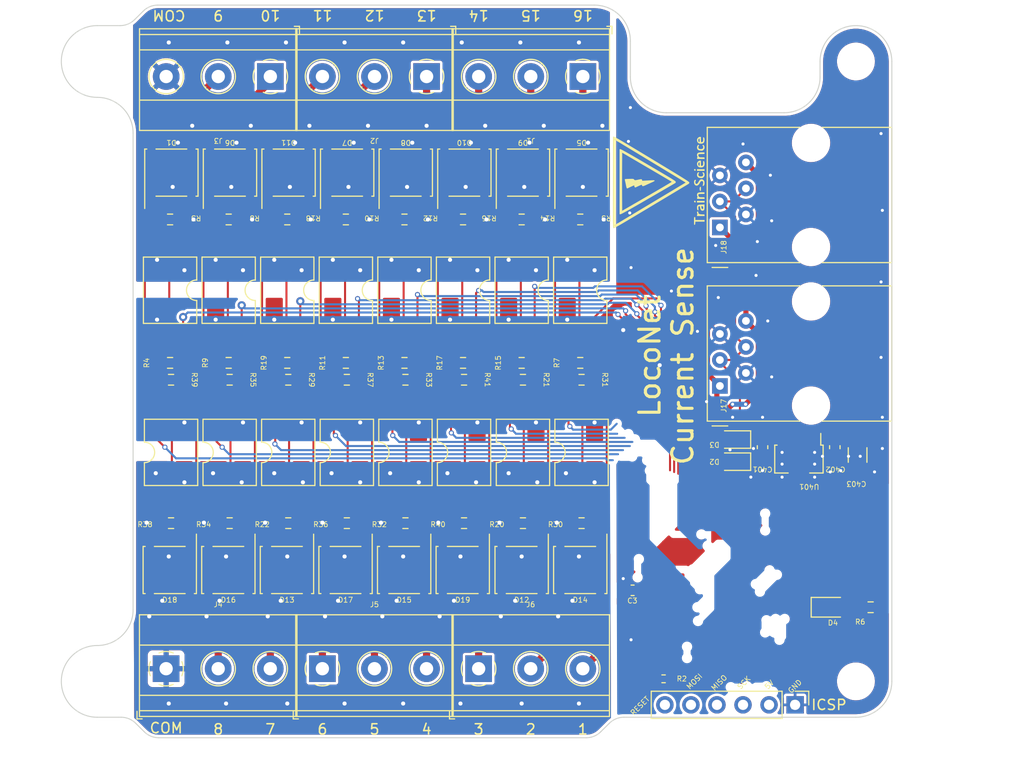
<source format=kicad_pcb>
(kicad_pcb (version 20240108) (generator "pcbnew") (generator_version "8.0")
  (layers (0 "F.Cu" signal) (31 "B.Cu" signal) (34 "B.Paste" user) (35 "F.Paste" user) (36 "B.SilkS" user "B.Silkscreen") (37 "F.SilkS" user "F.Silkscreen") (38 "B.Mask" user) (39 "F.Mask" user) (44 "Edge.Cuts" user))
  (net 0 "")
  (net 1 "GND")
  (net 2 "/Lnet/Loconet")
  (net 3 "+5V")
  (net 4 "RESET")
  (net 5 "Net-(D2-A)")
  (net 6 "Net-(D3-A)")
  (net 7 "VCC")
  (net 8 "LED")
  (net 9 "/GPIO_B/CS1/COM")
  (net 10 "/GPIO_B/CS1/Track")
  (net 11 "/GPIO_B/CS8/Track")
  (net 12 "/GPIO_B/CS2/Track")
  (net 13 "/GPIO_B/CS4/Track")
  (net 14 "/GPIO_B/CS5/Track")
  (net 15 "/GPIO_B/CS7/Track")
  (net 16 "/GPIO_B/CS6/Track")
  (net 17 "/GPIO_B/CS3/Track")
  (net 18 "/GPIO_A/CS1/COM")
  (net 19 "/GPIO_A/CS2/Track")
  (net 20 "/GPIO_A/CS6/Track")
  (net 21 "/GPIO_A/CS1/Track")
  (net 22 "/GPIO_A/CS4/Track")
  (net 23 "/GPIO_A/CS7/Track")
  (net 24 "/GPIO_A/CS5/Track")
  (net 25 "/GPIO_A/CS8/Track")
  (net 26 "/GPIO_A/CS3/Track")
  (net 27 "/GPIO_A/GPIO_A8")
  (net 28 "/GPIO_A/GPIO_A7")
  (net 29 "/GPIO_A/GPIO_A3")
  (net 30 "Net-(R9-Pad2)")
  (net 31 "Net-(R7-Pad2)")
  (net 32 "Net-(R41-Pad2)")
  (net 33 "Net-(R39-Pad2)")
  (net 34 "Net-(R37-Pad2)")
  (net 35 "Net-(R35-Pad2)")
  (net 36 "Net-(R33-Pad2)")
  (net 37 "Net-(R31-Pad2)")
  (net 38 "Net-(R29-Pad2)")
  (net 39 "Net-(R21-Pad2)")
  (net 40 "Net-(R19-Pad2)")
  (net 41 "Net-(R11-Pad2)")
  (net 42 "Net-(D9-+)")
  (net 43 "Net-(D8-+)")
  (net 44 "Net-(D5-+)")
  (net 45 "Net-(D19-+)")
  (net 46 "Net-(D18-+)")
  (net 47 "Net-(D17-+)")
  (net 48 "Net-(D16-+)")
  (net 49 "Net-(D15-+)")
  (net 50 "Net-(D14-+)")
  (net 51 "Net-(D13-+)")
  (net 52 "Net-(D12-+)")
  (net 53 "Net-(D11-+)")
  (net 54 "Net-(D10-+)")
  (net 55 "/GPIO_A/GPIO_A2")
  (net 56 "/GPIO_A/GPIO_A1")
  (net 57 "/GPIO_A/GPIO_A4")
  (net 58 "/GPIO_A/GPIO_A5")
  (net 59 "/GPIO_A/GPIO_A6")
  (net 60 "/GPIO_B/GPIO_B8")
  (net 61 "/GPIO_B/GPIO_B7")
  (net 62 "/GPIO_B/GPIO_B6")
  (net 63 "/GPIO_B/GPIO_B5")
  (net 64 "/GPIO_B/GPIO_B4")
  (net 65 "/GPIO_B/GPIO_B3")
  (net 66 "/GPIO_B/GPIO_B2")
  (net 67 "/GPIO_B/GPIO_B1")
  (net 68 "Net-(R4-Pad2)")
  (net 69 "Net-(R17-Pad2)")
  (net 70 "Net-(R15-Pad2)")
  (net 71 "Net-(R13-Pad2)")
  (net 72 "Net-(D7-+)")
  (net 73 "Net-(D6-+)")
  (net 74 "Net-(D4-A)")
  (net 75 "Net-(D1-+)")
  (footprint "custom_kicad_lib_sk:R_0603_smalltext" (layer "F.Cu") (at 86.202 80.059 180)
    (property "Reference" "R38")
    (property "Value" "4k7")
  )
  (footprint "Package_TO_SOT_SMD:SOT-89-3" (layer "F.Cu") (at 147.439 73.503 -90)
    (property "Reference" "U401")
    (property "Value" "L78L05_SOT89")
  )
  (footprint "Resistor_SMD:R_0402_1005Metric_Pad0.72x0.64mm_HandSolder" (layer "F.Cu") (at 134.239 95.25)
    (property "Reference" "R2")
    (property "Value" "10k")
  )
  (footprint "Diode_SMD:Diode_Bridge_Diotec_ABS" (layer "F.Cu") (at 91.79 84.631 -90)
    (property "Reference" "D16")
    (property "Value" "ABS2")
  )
  (footprint "custom_kicad_lib_sk:R_0603_smalltext" (layer "F.Cu") (at 103.251 64.416)
    (property "Reference" "R11")
    (property "Value" "47R")
  )
  (footprint "custom_kicad_lib_sk:R_0603_smalltext" (layer "F.Cu") (at 103.347 80.059 180)
    (property "Reference" "R36")
    (property "Value" "4k7")
  )
  (footprint "Package_DIP:SMDIP-4_W9.53mm" (layer "F.Cu") (at 103.347 73.152 90)
    (property "Reference" "U17" (hide yes))
    (property "Value" "EL814")
  )
  (footprint "Diode_SMD:Diode_Bridge_Diotec_ABS" (layer "F.Cu") (at 86.233 45.847 90)
    (property "Reference" "D1")
    (property "Value" "ABS2")
  )
  (footprint "Diode_SMD:D_SOD-323" (layer "F.Cu") (at 141.232 74.056 180)
    (property "Reference" "D2")
    (property "Value" "D")
  )
  (footprint "Connector_PinHeader_2.54mm:PinHeader_1x06_P2.54mm_Vertical" (layer "F.Cu") (at 147.066 97.79 -90)
    (property "Reference" "U2")
    (property "Value" "ICSP")
  )
  (footprint "custom_kicad_lib_sk:R_0603_smalltext" (layer "F.Cu") (at 114.777 80.059 180)
    (property "Reference" "R40")
    (property "Value" "4k7")
  )
  (footprint "custom_kicad_lib_sk:R_0603_smalltext" (layer "F.Cu") (at 120.396 64.416)
    (property "Reference" "R15")
    (property "Value" "47R")
  )
  (footprint "Package_DIP:SMDIP-4_W9.53mm" (layer "F.Cu") (at 114.681 57.326 -90)
    (property "Reference" "U9" (hide yes))
    (property "Value" "EL814")
  )
  (footprint "MountingHole:MountingHole_3.2mm_M3" (layer "F.Cu") (at 153 95.5)
    (property "Reference" "REF**" (hide yes))
    (property "Value" "MountingHole_3.2mm_M3")
  )
  (footprint "MountingHole:MountingHole_3.2mm_M3" (layer "F.Cu") (at 153 35)
    (property "Reference" "REF**" (hide yes))
    (property "Value" "MountingHole_3.2mm_M3")
  )
  (footprint "Capacitor_SMD:C_0603_1608Metric_Pad1.08x0.95mm_HandSolder" (layer "F.Cu") (at 143.891 72.644 -90)
    (property "Reference" "C401")
    (property "Value" "330nF")
  )
  (footprint "Diode_SMD:D_SOD-323" (layer "F.Cu") (at 141.232 71.897 180)
    (property "Reference" "D3")
    (property "Value" "D")
  )
  (footprint "Diode_SMD:Diode_Bridge_Diotec_ABS" (layer "F.Cu") (at 120.523 45.847 90)
    (property "Reference" "D9")
    (property "Value" "ABS2")
  )
  (footprint "custom_kicad_lib_sk:R_0603_smalltext" (layer "F.Cu") (at 114.777 66.062 180)
    (property "Reference" "R41")
    (property "Value" "47R")
  )
  (footprint "custom_kicad_lib_sk:R_0603_smalltext" (layer "F.Cu") (at 120.523 66.062 180)
    (property "Reference" "R21")
    (property "Value" "47R")
  )
  (footprint "custom_kicad_lib_sk:R_0603_smalltext" (layer "F.Cu") (at 109.062 66.062 180)
    (property "Reference" "R33")
    (property "Value" "47R")
  )
  (footprint "custom_kicad_lib_sk:R_0603_smalltext" (layer "F.Cu") (at 91.821 64.416)
    (property "Reference" "R9")
    (property "Value" "47R")
  )
  (footprint "custom_kicad_lib_sk:R_0603_smalltext" (layer "F.Cu") (at 91.917 80.059 180)
    (property "Reference" "R34")
    (property "Value" "4k7")
  )
  (footprint "custom_kicad_lib_sk:R_0603_smalltext" (layer "F.Cu") (at 86.106 50.419)
    (property "Reference" "R3")
    (property "Value" "4k7")
  )
  (footprint "Diode_SMD:Diode_Bridge_Diotec_ABS" (layer "F.Cu") (at 114.65 84.631 -90)
    (property "Reference" "D19")
    (property "Value" "ABS2")
  )
  (footprint "custom_kicad_lib_sk:R_0603_smalltext" (layer "F.Cu") (at 97.632 80.059 180)
    (property "Reference" "R22")
    (property "Value" "4k7")
  )
  (footprint "Capacitor_SMD:C_1206_3216Metric_Pad1.33x1.80mm_HandSolder" (layer "F.Cu") (at 153.162 73.406 -90)
    (property "Reference" "C403")
    (property "Value" "100uF")
  )
  (footprint "Package_DIP:SMDIP-4_W9.53mm" (layer "F.Cu") (at 114.777 73.152 90)
    (property "Reference" "U19" (hide yes))
    (property "Value" "EL814")
  )
  (footprint "Package_DIP:SMDIP-4_W9.53mm" (layer "F.Cu") (at 91.917 73.152 90)
    (property "Reference" "U16" (hide yes))
    (property "Value" "EL814")
  )
  (footprint "Diode_SMD:Diode_Bridge_Diotec_ABS" (layer "F.Cu") (at 108.935 84.631 -90)
    (property "Reference" "D15")
    (property "Value" "ABS2")
  )
  (footprint "custom_kicad_lib_sk:R_0603_smalltext" (layer "F.Cu") (at 103.347 66.062 180)
    (property "Reference" "R37")
    (property "Value" "47R")
  )
  (footprint "custom_kicad_lib_sk:R_0603_smalltext" (layer "F.Cu") (at 97.536 50.419)
    (property "Reference" "R18")
    (property "Value" "4k7")
  )
  (footprint "custom_kicad_lib_sk:R_0603_smalltext" (layer "F.Cu") (at 126.238 80.059 180)
    (property "Reference" "R30")
    (property "Value" "4k7")
  )
  (footprint "custom_kicad_lib_sk:R_0603_smalltext" (layer "F.Cu") (at 86.202 66.062 180)
    (property "Reference" "R39")
    (property "Value" "47R")
  )
  (footprint "Diode_SMD:Diode_Bridge_Diotec_ABS" (layer "F.Cu") (at 109.093 45.847 90)
    (property "Reference" "D8")
    (property "Value" "ABS2")
  )
  (footprint "custom_kicad_lib_sk:R_0603_smalltext" (layer "F.Cu") (at 91.917 66.062 180)
    (property "Reference" "R35")
    (property "Value" "47R")
  )
  (footprint "Connector_RJ:RJ12_Amphenol_54601" (layer "F.Cu") (at 139.73 66.67 90)
    (property "Reference" "J17")
    (property "Value" "RJ12")
  )
  (footprint "Diode_SMD:Diode_Bridge_Diotec_ABS" (layer "F.Cu") (at 126.111 84.631 -90)
    (property "Reference" "D14")
    (property "Value" "ABS2")
  )
  (footprint "custom_kicad_lib_sk:R_0603_smalltext" (layer "F.Cu") (at 120.396 50.419)
    (property "Reference" "R14")
    (property "Value" "4k7")
  )
  (footprint "TerminalBlock_Phoenix:TerminalBlock_Phoenix_MKDS-1,5-3-5.08_1x03_P5.08mm_Horizontal" (layer "F.Cu") (at 95.885 36.469 180)
    (property "Reference" "J3")
    (property "Value" "Screw_Terminal_01x03")
  )
  (footprint "custom_kicad_lib_sk:Train-Science logo small" (layer "F.Cu") (at 133.858 46.736 90)
    (property "Reference" "G***" (hide yes))
    (property "Value" "LOGO" (hide yes))
  )
  (footprint "Capacitor_SMD:C_0603_1608Metric_Pad1.08x0.95mm_HandSolder" (layer "F.Cu") (at 131.2175 86.614)
    (property "Reference" "C3")
    (property "Value" "100nF")
  )
  (footprint "custom_kicad_lib_sk:R_0603_smalltext" (layer "F.Cu") (at 114.681 64.416)
    (property "Reference" "R17")
    (property "Value" "47R")
  )
  (footprint "Resistor_SMD:R_0603_1608Metric_Pad0.98x0.95mm_HandSolder" (layer "F.Cu") (at 154.432 88.265 180)
    (property "Reference" "R6")
    (property "Value" "6k2")
  )
  (footprint "TerminalBlock_Phoenix:TerminalBlock_Phoenix_MKDS-1,5-3-5.08_1x03_P5.08mm_Horizontal" (layer "F.Cu") (at 111.125 36.469 180)
    (property "Reference" "J2")
    (property "Value" "Screw_Terminal_01x03")
  )
  (footprint "TerminalBlock_Phoenix:TerminalBlock_Phoenix_MKDS-1,5-3-5.08_1x03_P5.08mm_Horizontal" (layer "F.Cu") (at 85.72 94.261)
    (property "Reference" "J4")
    (property "Value" "Screw_Terminal_01x03")
  )
  (footprint "Diode_SMD:Diode_Bridge_Diotec_ABS" (layer "F.Cu") (at 97.505 84.631 -90)
    (property "Reference" "D13")
    (property "Value" "ABS2")
  )
  (footprint "Package_DIP:SMDIP-4_W9.53mm" (layer "F.Cu") (at 109.062 73.152 90)
    (property "Reference" "U14" (hide yes))
    (property "Value" "EL814")
  )
  (footprint "Package_DIP:SMDIP-4_W9.53mm" (layer "F.Cu") (at 91.821 57.326 -90)
    (property "Reference" "U5" (hide yes))
    (property "Value" "EL814")
  )
  (footprint "custom_kicad_lib_sk:R_0603_smalltext" (layer "F.Cu") (at 126.111 50.419)
    (property "Reference" "R5")
    (property "Value" "4k7")
  )
  (footprint "custom_kicad_lib_sk:R_0603_smalltext" (layer "F.Cu") (at 86.106 64.416)
    (property "Reference" "R4")
    (property "Value" "47R")
  )
  (footprint "Package_DIP:SMDIP-4_W9.53mm" (layer "F.Cu") (at 97.536 57.326 -90)
    (property "Reference" "U10" (hide yes))
    (property "Value" "EL814")
  )
  (footprint "Capacitor_SMD:C_0603_1608Metric_Pad1.08x0.95mm_HandSolder" (layer "F.Cu") (at 150.939 72.644 -90)
    (property "Reference" "C402")
    (property "Value" "100nF")
  )
  (footprint "Diode_SMD:Diode_Bridge_Diotec_ABS" (layer "F.Cu") (at 120.396 84.631 -90)
    (property "Reference" "D12")
    (property "Value" "ABS2")
  )
  (footprint "Diode_SMD:Diode_Bridge_Diotec_ABS" (layer "F.Cu") (at 86.075 84.631 -90)
    (property "Reference" "D18")
    (property "Value" "ABS2")
  )
  (footprint "Package_DIP:SMDIP-4_W9.53mm" (layer "F.Cu") (at 126.238 73.152 90)
    (property "Reference" "U13" (hide yes))
    (property "Value" "EL814")
  )
  (footprint "Connector_RJ:RJ12_Amphenol_54601" (layer "F.Cu") (at 139.73 51.2 90)
    (property "Reference" "J18")
    (property "Value" "RJ12")
  )
  (footprint "Diode_SMD:Diode_Bridge_Diotec_ABS" (layer "F.Cu") (at 103.378 45.847 90)
    (property "Reference" "D7")
    (property "Value" "ABS2")
  )
  (footprint "custom_kicad_lib_sk:R_0603_smalltext" (layer "F.Cu") (at 108.966 50.419)
    (property "Reference" "R12")
    (property "Value" "4k7")
  )
  (footprint "custom_kicad_lib_sk:R_0603_smalltext" (layer "F.Cu") (at 97.632 66.062 180)
    (property "Reference" "R29")
    (property "Value" "47R")
  )
  (footprint "custom_kicad_lib_sk:R_0603_smalltext" (layer "F.Cu") (at 114.681 50.419)
    (property "Reference" "R16")
    (property "Value" "4k7")
  )
  (footprint "custom_kicad_lib_sk:R_0603_smalltext" (layer "F.Cu") (at 103.251 50.419)
    (property "Reference" "R10")
    (property "Value" "4k7")
  )
  (footprint "Package_DIP:SMDIP-4_W9.53mm" (layer "F.Cu") (at 97.632 73.152 90)
    (property "Reference" "U12" (hide yes))
    (property "Value" "EL814")
  )
  (footprint "Package_DIP:SMDIP-4_W9.53mm" (layer "F.Cu") (at 103.251 57.326 -90)
    (property "Reference" "U6" (hide yes))
    (property "Value" "EL814")
  )
  (footprint "Package_DIP:SMDIP-4_W9.53mm" (layer "F.Cu") (at 108.966 57.326 -90)
    (property "Reference" "U7" (hide yes))
    (property "Value" "EL814")
  )
  (footprint "MountingHole:MountingHole_3.2mm_M3" (layer "F.Cu") (at 79 35)
    (property "Reference" "REF**" (hide yes))
    (property "Value" "MountingHole_3.2mm_M3")
  )
  (footprint "custom_kicad_lib_sk:R_0603_smalltext" (layer "F.Cu") (at 120.523 80.059 180)
    (property "Reference" "R20")
    (property "Value" "4k7")
  )
  (footprint "Diode_SMD:Diode_Bridge_Diotec_ABS" (layer "F.Cu") (at 114.808 45.847 90)
    (property "Reference" "D10")
    (property "Value" "ABS2")
  )
  (footprint "Package_DIP:SMDIP-4_W9.53mm" (layer "F.Cu") (at 86.106 57.326 -90)
    (property "Reference" "U3" (hide yes))
    (property "Value" "EL814")
  )
  (footprint "TerminalBlock_Phoenix:TerminalBlock_Phoenix_MKDS-1,5-3-5.08_1x03_P5.08mm_Horizontal" (layer "F.Cu") (at 100.96 94.261)
    (property "Reference" "J5")
    (property "Value" "Screw_Terminal_01x03")
  )
  (footprint "custom_kicad_lib_sk:R_0603_smalltext" (layer "F.Cu") (at 91.821 50.419)
    (property "Reference" "R8")
    (property "Value" "4k7")
  )
  (footprint "custom_kicad_lib_sk:R_0603_smalltext" (layer "F.Cu") (at 126.238 66.062 180)
    (property "Reference" "R31")
    (property "Value" "47R")
  )
  (footprint "custom_kicad_lib_sk:R_0603_smalltext" (layer "F.Cu") (at 108.966 64.416)
    (property "Reference" "R13")
    (property "Value" "47R")
  )
  (footprint "Package_DIP:SMDIP-4_W9.53mm" (layer "F.Cu") (at 120.523 73.152 90)
    (property "Reference" "U11" (hide yes))
    (property "Value" "EL814")
  )
  (footprint "LED_SMD:LED_0805_2012Metric_Pad1.15x1.40mm_HandSolder" (layer "F.Cu") (at 150.495 88.265)
    (property "Reference" "D4")
    (property "Value" "LED")
  )
  (footprint "Diode_SMD:Diode_Bridge_Diotec_ABS" (layer "F.Cu") (at 126.238 45.847 90)
    (property "Reference" "D5")
    (property "Value" "ABS2")
  )
  (footprint "Diode_SMD:Diode_Bridge_Diotec_ABS" (layer "F.Cu") (at 103.22 84.631 -90)
    (property "Reference" "D17")
    (property "Value" "ABS2")
  )
  (footprint "Diode_SMD:Diode_Bridge_Diotec_ABS" (layer "F.Cu") (at 97.663 45.847 90)
    (property "Reference" "D11")
    (property "Value" "ABS2")
  )
  (footprint "Diode_SMD:Diode_Bridge_Diotec_ABS" (layer "F.Cu") (at 91.948 45.847 90)
    (property "Reference" "D6")
    (property "Value" "ABS2")
  )
  (footprint "TerminalBlock_Phoenix:TerminalBlock_Phoenix_MKDS-1,5-3-5.08_1x03_P5.08mm_Horizontal" (layer "F.Cu") (at 126.365 36.469 180)
    (property "Reference" "J1")
    (property "Value" "Screw_Terminal_01x03")
  )
  (footprint "custom_kicad_lib_sk:R_0603_smalltext" (layer "F.Cu") (at 97.536 64.416)
    (property "Reference" "R19")
    (property "Value" "47R")
  )
  (footprint "custom_kicad_lib_sk:R_0603_smalltext" (layer "F.Cu") (at 126.111 64.416)
    (property "Reference" "R7")
    (property "Value" "47R")
  )
  (footprint "Package_DIP:SMDIP-4_W9.53mm" (layer "F.Cu") (at 120.396 57.326 -90)
    (property "Reference" "U8" (hide yes))
    (property "Value" "EL814")
  )
  (footprint "Package_DIP:SMDIP-4_W9.53mm" (layer "F.Cu") (at 126.111 57.326 -90)
    (property "Reference" "U4" (hide yes))
    (property "Value" "EL814")
  )
  (footprint "Package_DIP:SMDIP-4_W9.53mm" (layer "F.Cu") (at 86.202 73.152 90)
    (property "Reference" "U18" (hide yes))
    (property "Value" "EL814")
  )
  (footprint "MountingHole:MountingHole_3.2mm_M3" (layer "F.Cu") (at 79 95.5)
    (property "Reference" "REF**" (hide yes))
    (property "Value" "MountingHole_3.2mm_M3")
  )
  (footprint "TerminalBlock_Phoenix:TerminalBlock_Phoenix_MKDS-1,5-3-5.08_1x03_P5.08mm_Horizontal" (layer "F.Cu") (at 116.2 94.261)
    (property "Reference" "J6")
    (property "Value" "Screw_Terminal_01x03")
  )
  (footprint "custom_kicad_lib_sk:R_0603_smalltext" (layer "F.Cu") (at 109.062 80.059 180)
    (property "Reference" "R32")
    (property "Value" "4k7")
  )
  (gr_arc (start 79 99) (mid 75.5 95.5) (end 79 92) (stroke (width 0.1)) (layer "Edge.Cuts"))
  (gr_arc (start 79 38.5) (mid 75.5 35) (end 79 31.5) (stroke (width 0.1)) (layer "Edge.Cuts"))
  (gr_arc (start 156.5 95.5) (mid 155.474874 97.974874) (end 153 99) (stroke (width 0.1)) (layer "Edge.Cuts"))
  (gr_line (start 146 40) (end 134.5 40) (stroke (width 0.1)) (layer "Edge.Cuts"))
  (gr_line (start 130.365363 98.999993) (end 153 99) (stroke (width 0.1)) (layer "Edge.Cuts"))
  (gr_line (start 126.699996 100.999993) (end 85 101) (stroke (width 0.1)) (layer "Edge.Cuts"))
  (gr_line (start 156.5 35) (end 156.5 95.5) (stroke (width 0.1)) (layer "Edge.Cuts"))
  (gr_arc (start 83.485786 30.085786) (mid 84.134633 29.65224) (end 84.9 29.5) (stroke (width 0.1)) (layer "Edge.Cuts"))
  (gr_line (start 82.74885 99.585793) (end 83.585789 100.414221) (stroke (width 0.1)) (layer "Edge.Cuts"))
  (gr_arc (start 82.5 88.5) (mid 81.474874 90.974874) (end 79 92) (stroke (width 0.1)) (layer "Edge.Cuts"))
  (gr_arc (start 128.11421 100.414207) (mid 127.465363 100.847753) (end 126.699996 100.999993) (stroke (width 0.1)) (layer "Edge.Cuts"))
  (gr_line (start 79 99) (end 81.334636 99.000007) (stroke (width 0.1)) (layer "Edge.Cuts"))
  (gr_arc (start 85.000003 101.000007) (mid 84.234635 100.847767) (end 83.585789 100.414221) (stroke (width 0.1)) (layer "Edge.Cuts"))
  (gr_line (start 128.11421 100.414207) (end 128.951149 99.585779) (stroke (width 0.1)) (layer "Edge.Cuts"))
  (gr_arc (start 82.648847 30.914214) (mid 82.000002 31.34777) (end 81.234633 31.5) (stroke (width 0.1)) (layer "Edge.Cuts"))
  (gr_line (start 84.9 29.5) (end 127.5 29.5) (stroke (width 0.1)) (layer "Edge.Cuts"))
  (gr_arc (start 127.5 29.5) (mid 129.974874 30.525126) (end 131 33) (stroke (width 0.1)) (layer "Edge.Cuts"))
  (gr_arc (start 149.5 35) (mid 153 31.5) (end 156.5 35) (stroke (width 0.1)) (layer "Edge.Cuts"))
  (gr_line (start 82.5 88.5) (end 82.5 42) (stroke (width 0.1)) (layer "Edge.Cuts"))
  (gr_arc (start 149.5 36.5) (mid 148.474874 38.974874) (end 146 40) (stroke (width 0.1)) (layer "Edge.Cuts"))
  (gr_line (start 131 36.5) (end 131 33) (stroke (width 0.1)) (layer "Edge.Cuts"))
  (gr_arc (start 134.5 40) (mid 132.025126 38.974874) (end 131 36.5) (stroke (width 0.1)) (layer "Edge.Cuts"))
  (gr_line (start 82.648847 30.914214) (end 83.485786 30.085786) (stroke (width 0.1)) (layer "Edge.Cuts"))
  (gr_line (start 149.5 35) (end 149.5 36.5) (stroke (width 0.1)) (layer "Edge.Cuts"))
  (gr_arc (start 81.334636 99.000007) (mid 82.099995 99.15226) (end 82.74885 99.585793) (stroke (width 0.1)) (layer "Edge.Cuts"))
  (gr_arc (start 128.951149 99.585779) (mid 129.599996 99.152233) (end 130.365363 98.999993) (stroke (width 0.1)) (layer "Edge.Cuts"))
  (gr_arc (start 79 38.5) (mid 81.474874 39.525126) (end 82.5 42) (stroke (width 0.1)) (layer "Edge.Cuts"))
  (gr_line (start 81.234633 31.5) (end 79 31.5) (stroke (width 0.1)) (layer "Edge.Cuts"))
  (gr_text "MISO" (at 139.192 96.52 45) (layer "F.SilkS") (effects (font (size 0.5 0.5) (thickness 0.075)) (justify left bottom)))
  (gr_text "RESET\n" (at 131.318 98.933 45) (layer "F.SilkS") (effects (font (size 0.5 0.5) (thickness 0.075)) (justify left bottom)))
  (gr_text "13" (at 111.125 30.5 180) (layer "F.SilkS") (effects (font (size 1 1))))
  (gr_text "GND" (at 146.685 96.774 45) (layer "F.SilkS") (effects (font (size 0.5 0.5) (thickness 0.075)) (justify left bottom)))
  (gr_text "6" (at 100.965 100.179 0) (layer "F.SilkS") (effects (font (size 1 1))))
  (gr_text "SCK" (at 141.732 96.393 45) (layer "F.SilkS") (effects (font (size 0.5 0.5) (thickness 0.075)) (justify left bottom)))
  (gr_text "14" (at 116.205 30.5 180) (layer "F.SilkS") (effects (font (size 1 1))))
  (gr_text "2" (at 121.285 100.179 0) (layer "F.SilkS") (effects (font (size 1 1))))
  (gr_text "16" (at 126.365 30.5 180) (layer "F.SilkS") (effects (font (size 1 1))))
  (gr_text "4" (at 111.125 100.179 0) (layer "F.SilkS") (effects (font (size 1 1))))
  (gr_text "7" (at 95.885 100.179 0) (layer "F.SilkS") (effects (font (size 1 1))))
  (gr_text "COM" (at 86 30.5 180) (layer "F.SilkS") (effects (font (size 1 1))))
  (gr_text "3" (at 116.205 100.179 0) (layer "F.SilkS") (effects (font (size 1 1))))
  (gr_text "12" (at 106.045 30.5 180) (layer "F.SilkS") (effects (font (size 1 1))))
  (gr_text "5V" (at 144.399 96.393 45) (layer "F.SilkS") (effects (font (size 0.5 0.5) (thickness 0.075)) (justify left bottom)))
  (gr_text "COM" (at 85.725 100.052 0) (layer "F.SilkS") (effects (font (size 1 1))))
  (gr_text "8" (at 90.805 100.179 0) (layer "F.SilkS") (effects (font (size 1 1))))
  (gr_text "11" (at 100.965 30.5 180) (layer "F.SilkS") (effects (font (size 1 1))))
  (gr_text "1" (at 126.365 100.179 0) (layer "F.SilkS") (effects (font (size 1 1))))
  (gr_text "ICSP\n" (at 150.368 97.79 0) (layer "F.SilkS") (effects (font (size 1 1))))
  (gr_text "MOSI\n" (at 136.779 96.393 45) (layer "F.SilkS") (effects (font (size 0.5 0.5) (thickness 0.075)) (justify left bottom)))
  (gr_text "15" (at 121.285 30.5 180) (layer "F.SilkS") (effects (font (size 1 1))))
  (gr_text "9" (at 90.805 30.5 180) (layer "F.SilkS") (effects (font (size 1 1))))
  (gr_text "LocoNet\nCurrent Sense" (at 134.5 63.754 90) (layer "F.SilkS") (effects (font (size 2 2) (thickness 0.3))))
  (gr_text "10" (at 95.885 30.5 180) (layer "F.SilkS") (effects (font (size 1 1))))
  (gr_text "5" (at 106.045 100.179 0) (layer "F.SilkS") (effects (font (size 1 1))))
  (via (at 144.653 46.101) (size 0.5) (drill 0.3) (layers "F.Cu" "B.Cu") (net 1))
  (via (at 131.064 91.44) (size 0.5) (drill 0.3) (layers "F.Cu" "B.Cu") (net 1))
  (via (at 116.078 70.231) (size 0.8) (drill 0.4) (layers "F.Cu" "B.Cu") (net 1))
  (via (at 140.97 69.723) (size 0.5) (drill 0.3) (layers "F.Cu" "B.Cu") (net 1))
  (via (at 145.796 75.565) (size 0.5) (drill 0.3) (layers "F.Cu" "B.Cu") (net 1))
  (via (at 131.064 55.118) (size 0.5) (drill 0.3) (layers "F.Cu" "B.Cu") (net 1))
  (via (at 96.266 60.198) (size 0.8) (drill 0.4) (layers "F.Cu" "B.Cu") (net 1))
  (via (at 127.508 70.231) (size 0.8) (drill 0.4) (layers "F.Cu" "B.Cu") (net 1))
  (via (at 98.933 70.231) (size 0.8) (drill 0.4) (layers "F.Cu" "B.Cu") (net 1))
  (via (at 131 39.5) (size 0.5) (drill 0.3) (layers "F.Cu" "B.Cu") (net 1))
  (via (at 143.256 55.88) (size 0.5) (drill 0.3) (layers "F.Cu" "B.Cu") (net 1))
  (via (at 121.793 70.231) (size 0.8) (drill 0.4) (layers "F.Cu" "B.Cu") (net 1))
  (via (at 148.971 74.295) (size 0.5) (drill 0.3) (layers "F.Cu" "B.Cu") (net 1))
  (via (at 130.302 85.471) (size 0.5) (drill 0.3) (layers "F.Cu" "B.Cu") (net 1))
  (via (at 155.575 49.53) (size 0.5) (drill 0.3) (layers "F.Cu" "B.Cu") (net 1))
  (via (at 93.218 70.231) (size 0.8) (drill 0.4) (layers "F.Cu" "B.Cu") (net 1))
  (via (at 137.541 61.341) (size 0.5) (drill 0.3) (layers "F.Cu" "B.Cu") (net 1))
  (via (at 130.937 49.784) (size 0.5) (drill 0.3) (layers "F.Cu" "B.Cu") (net 1))
  (via (at 104.648 70.231) (size 0.8) (drill 0.4) (layers "F.Cu" "B.Cu") (net 1))
  (via (at 133.858 64.643) (size 0.8) (drill 0.4) (layers "F.Cu" "B.Cu") (net 1))
  (via (at 84.836 60.198) (size 0.8) (drill 0.4) (layers "F.Cu" "B.Cu") (net 1))
  (via (at 145.796 74.295) (size 0.5) (drill 0.3) (layers "F.Cu" "B.Cu") (net 1))
  (via (at 143.891 69.723) (size 0.5) (drill 0.3) (layers "F.Cu" "B.Cu") (net 1))
  (via (at 130.302 61.214) (size 0.8) (drill 0.4) (layers "F.Cu" "B.Cu") (net 1))
  (via (at 90.551 60.198) (size 0.8) (drill 0.4) (layers "F.Cu" "B.Cu") (net 1))
  (via (at 145.796 73.152) (size 0.5) (drill 0.3) (layers "F.Cu" "B.Cu") (net 1))
  (via (at 142.748 75.565) (size 0.5) (drill 0.3) (layers "F.Cu" "B.Cu") (net 1))
  (via (at 154.813 75.057) (size 0.5) (drill 0.3) (layers "F.Cu" "B.Cu") (net 1))
  (via (at 107.696 60.198) (size 0.8) (drill 0.4) (layers "F.Cu" "B.Cu") (net 1))
  (via (at 124.841 60.198) (size 0.8) (drill 0.4) (layers "F.Cu" "B.Cu") (net 1))
  (via (at 101.981 60.198) (size 0.8) (drill 0.4) (layers "F.Cu" "B.Cu") (net 1))
  (via (at 153.416 73.533) (size 0.5) (drill 0.3) (layers "F.Cu" "B.Cu") (net 1))
  (via (at 143.891 74.93) (size 0.5) (drill 0.3) (layers "F.Cu" "B.Cu") (net 1))
  (via (at 150.495 75.057) (size 0.5) (drill 0.3) (layers "F.Cu" "B.Cu") (net 1))
  (via (at 155.575 69.723) (size 0.5) (drill 0.3) (layers "F.Cu" "B.Cu") (net 1))
  (via (at 144.78 65.786) (size 0.5) (drill 0.3) (layers "F.Cu" "B.Cu") (net 1))
  (via (at 144.78 50.546) (size 0.5) (drill 0.3) (layers "F.Cu" "B.Cu") (net 1))
  (via (at 151.511 74.93) (size 0.5) (drill 0.3) (layers "F.Cu" "B.Cu") (net 1))
  (via (at 139.573 58.039) (size 0.5) (drill 0.3) (layers "F.Cu" "B.Cu") (net 1))
  (via (at 138.43 68.199) (size 0.5) (drill 0.3) (layers "F.Cu" "B.Cu") (net 1))
  (via (at 148.971 75.565) (size 0.5) (drill 0.3) (layers "F.Cu" "B.Cu") (net 1))
  (via (at 119.126 60.198) (size 0.8) (drill 0.4) (layers "F.Cu" "B.Cu") (net 1))
  (via (at 155.448 56.515) (size 0.5) (drill 0.3) (layers "F.Cu" "B.Cu") (net 1))
  (via (at 139.319 52.959) (size 0.5) (drill 0.3) (layers "F.Cu" "B.Cu") (net 1))
  (via (at 140.716 72.898) (size 0.5) (drill 0.3) (layers "F.Cu" "B.Cu") (net 1))
  (via (at 113.411 60.198) (size 0.8) (drill 0.4) (layers "F.Cu" "B.Cu") (net 1))
  (via (at 110.363 70.231) (size 0.8) (drill 0.4) (layers "F.Cu" "B.Cu") (net 1))
  (via (at 141.986 43.053) (size 0.5) (drill 0.3) (layers "F.Cu" "B.Cu") (net 1))
  (via (at 155.448 42.037) (size 0.5) (drill 0.3) (layers "F.Cu" "B.Cu") (net 1))
  (via (at 144.399 60.325) (size 0.5) (drill 0.3) (layers "F.Cu" "B.Cu") (net 1))
  (via (at 130.81 42.799) (size 0.5) (drill 0.3) (layers "F.Cu" "B.Cu") (net 1))
  (via (at 148.971 73.152) (size 0.5) (drill 0.3) (layers "F.Cu" "B.Cu") (net 1))
  (via (at 149.733 73.533) (size 0.5) (drill 0.3) (layers "F.Cu" "B.Cu") (net 1))
  (via (at 135.001 57.404) (size 0.5) (drill 0.3) (layers "F.Cu" "B.Cu") (net 1))
  (via (at 143.383 52.578) (size 0.5) (drill 0.3) (layers "F.Cu" "B.Cu") (net 1))
  (via (at 155.575 72.771) (size 0.5) (drill 0.3) (layers "F.Cu" "B.Cu") (net 1))
  (via (at 155.448 63.881) (size 0.5) (drill 0.3) (layers "F.Cu" "B.Cu") (net 1))
  (via (at 152.273 73.533) (size 0.5) (drill 0.3) (layers "F.Cu" "B.Cu") (net 1))
  (via (at 143.002 72.771) (size 0.5) (drill 0.3) (layers "F.Cu" "B.Cu") (net 1))
  (via (at 87.503 70.231) (size 0.8) (drill 0.4) (layers "F.Cu" "B.Cu") (net 1))
  (segment (start 141.21 61.8) (end 142.27 62.86) (width 0.2) (layer "F.Cu") (net 2))
  (segment (start 139.73 64.359067) (end 141.682 66.311067) (width 0.2) (layer "F.Cu") (net 2))
  (segment (start 141 64.13) (end 142.27 62.86) (width 0.2) (layer "F.Cu") (net 2))
  (segment (start 139.73 48.66) (end 141 48.66) (width 0.2) (layer "F.Cu") (net 2))
  (segment (start 139.73 64.13) (end 141 64.13) (width 0.2) (layer "F.Cu") (net 2))
  (segment (start 141 48.66) (end 142.27 47.39) (width 0.2) (layer "F.Cu") (net 2))
  (segment (start 141.21 50.14) (end 141.21 61.8) (width 0.2) (layer "F.Cu") (net 2))
  (segment (start 141.682 66.311067) (end 141.682 77.536396) (width 0.2) (layer "F.Cu") (net 2))
  (segment (start 139.73 48.66) (end 141.21 50.14) (width 0.2) (layer "F.Cu") (net 2))
  (segment (start 130.175 88.265) (end 131.826 86.614) (width 0.2) (layer "F.Cu") (net 3))
  (segment (start 155.539817 74.221317) (end 155.539817 76.073) (width 0.2) (layer "F.Cu") (net 3))
  (segment (start 130.175 92.140999) (end 130.175 88.265) (width 0.2) (layer "F.Cu") (net 3))
  (segment (start 153.162 71.8435) (end 155.539817 74.221317) (width 0.2) (layer "F.Cu") (net 3))
  (segment (start 148.939 71.853) (end 153.1525 71.853) (width 0.2) (layer "F.Cu") (net 3))
  (segment (start 133.284001 95.25) (end 130.175 92.140999) (width 0.2) (layer "F.Cu") (net 3))
  (segment (start 140.66 58.948801) (end 140.66 52.13) (width 0.5) (layer "F.Cu") (net 5))
  (segment (start 140.66 52.13) (end 139.73 51.2) (width 0.5) (layer "F.Cu") (net 5))
  (segment (start 139.432 73.306) (end 139.432 66.968) (width 0.5) (layer "F.Cu") (net 5))
  (segment (start 140.182 74.056) (end 139.432 73.306) (width 0.5) (layer "F.Cu") (net 5))
  (segment (start 138.52 65.46) (end 138.52 61.088801) (width 0.5) (layer "F.Cu") (net 5))
  (segment (start 138.52 61.088801) (end 140.66 58.948801) (width 0.5) (layer "F.Cu") (net 5))
  (segment (start 139.73 66.67) (end 138.52 65.46) (width 0.5) (layer "F.Cu") (net 5))
  (segment (start 141.76 58.547) (end 141.76 52.296) (width 0.5) (layer "F.Cu") (net 6))
  (segment (start 142.27 60.32) (end 142.27 59.057) (width 0.5) (layer "F.Cu") (net 6))
  (segment (start 140.182 69.241) (end 140.97 68.453) (width 0.5) (layer "F.Cu") (net 6))
  (segment (start 142.232 68.453) (end 143.48 67.205) (width 0.5) (layer "F.Cu") (net 6))
  (segment (start 143.48 67.205) (end 143.48 61.53) (width 0.5) (layer "F.Cu") (net 6))
  (segment (start 141.76 52.296) (end 143.48 50.576) (width 0.5) (layer "F.Cu") (net 6))
  (segment (start 143.48 46.06) (end 142.27 44.85) (width 0.5) (layer "F.Cu") (net 6))
  (segment (start 143.48 50.576) (end 143.48 46.06) (width 0.5) (layer "F.Cu") (net 6))
  (segment (start 140.182 71.897) (end 140.182 69.241) (width 0.5) (layer "F.Cu") (net 6))
  (segment (start 143.48 61.53) (end 142.27 60.32) (width 0.5) (layer "F.Cu") (net 6))
  (segment (start 142.27 59.057) (end 141.76 58.547) (width 0.5) (layer "F.Cu") (net 6))
  (via (at 142.232 68.453) (size 0.5) (drill 0.3) (layers "F.Cu" "B.Cu") (net 6))
  (via (at 140.97 68.453) (size 0.5) (drill 0.3) (layers "F.Cu" "B.Cu") (net 6))
  (segment (start 140.97 68.453) (end 142.232 68.453) (width 0.5) (layer "B.Cu") (net 6))
  (segment (start 145.939 71.853) (end 142.326 71.853) (width 0.2) (layer "F.Cu") (net 7))
  (segment (start 142.282 74.056) (end 142.282 71.897) (width 0.2) (layer "F.Cu") (net 7))
  (segment (start 87.0185 50.419) (end 86.978 50.419) (width 0.2) (layer "F.Cu") (net 9))
  (segment (start 115.5935 50.419) (end 115.553 50.419) (width 0.2) (layer "F.Cu") (net 9))
  (segment (start 109.838 50.419) (end 107.696 52.561) (width 0.2) (layer "F.Cu") (net 9))
  (segment (start 121.268 50.419) (end 119.126 52.561) (width 0.2) (layer "F.Cu") (net 9))
  (segment (start 104.123 50.419) (end 101.981 52.561) (width 0.2) (layer "F.Cu") (net 9))
  (segment (start 115.553 50.419) (end 113.411 52.561) (width 0.2) (layer "F.Cu") (net 9))
  (segment (start 86.978 50.419) (end 84.836 52.561) (width 0.2) (layer "F.Cu") (net 9))
  (segment (start 98.408 50.419) (end 96.266 52.561) (width 0.2) (layer "F.Cu") (net 9))
  (segment (start 127.0235 50.419) (end 126.983 50.419) (width 0.2) (layer "F.Cu") (net 9))
  (segment (start 109.8785 50.419) (end 109.838 50.419) (width 0.2) (layer "F.Cu") (net 9))
  (segment (start 92.693 50.419) (end 90.551 52.561) (width 0.2) (layer "F.Cu") (net 9))
  (segment (start 92.7335 50.419) (end 92.693 50.419) (width 0.2) (layer "F.Cu") (net 9))
  (segment (start 121.3085 50.419) (end 121.268 50.419) (width 0.2) (layer "F.Cu") (net 9))
  (segment (start 98.4485 50.419) (end 98.408 50.419) (width 0.2) (layer "F.Cu") (net 9))
  (segment (start 104.1635 50.419) (end 104.123 50.419) (width 0.2) (layer "F.Cu") (net 9))
  (segment (start 126.983 50.419) (end 124.841 52.561) (width 0.2) (layer "F.Cu") (net 9))
  (via (at 93.218 55.372) (size 0.8) (drill 0.4) (layers "F.Cu" "B.Cu") (net 9))
  (via (at 88.265 41.275) (size 0.8) (drill 0.4) (layers "F.Cu" "B.Cu") (net 9))
  (via (at 116.078 55.372) (size 0.8) (drill 0.4) (layers "F.Cu" "B.Cu") (net 9))
  (via (at 114.554 33.147) (size 0.8) (drill 0.4) (layers "F.Cu" "B.Cu") (net 9))
  (via (at 121.158 42.926) (size 0.8) (drill 0.4) (layers "F.Cu" "B.Cu") (net 9))
  (via (at 94.107 50.419) (size 0.8) (drill 0.4) (layers "F.Cu" "B.Cu") (net 9))
  (via (at 91.694 33.147) (size 0.8) (drill 0.4) (layers "F.Cu" "B.Cu") (net 9))
  (via (at 90.551 54.356) (size 0.8) (drill 0.4) (layers "F.Cu" "B.Cu") (net 9))
  (via (at 120.65 47.244) (size 0.8) (drill 0.4) (layers "F.Cu" "B.Cu") (net 9))
  (via (at 122.682 50.419) (size 0.8) (drill 0.4) (layers "F.Cu" "B.Cu") (net 9))
  (via (at 97.79 47.244) (size 0.8) (drill 0.4) (layers "F.Cu" "B.Cu") (net 9))
  (via (at 86.868 42.926) (size 0.8) (drill 0.4) (layers "F.Cu" "B.Cu") (net 9))
  (via (at 85.979 33.147) (size 0.8) (drill 0.4) (layers "F.Cu" "B.Cu") (net 9))
  (via (at 105.41 41.275) (size 0.8) (drill 0.4) (layers "F.Cu" "B.Cu") (net 9))
  (via (at 126.365 47.244) (size 0.8) (drill 0.4) (layers "F.Cu" "B.Cu") (net 9))
  (via (at 109.728 42.926) (size 0.8) (drill 0.4) (layers "F.Cu" "B.Cu") (net 9))
  (via (at 128.397 50.419) (size 0.8) (drill 0.4) (layers "F.Cu" "B.Cu") (net 9))
  (via (at 98.933 55.372) (size 0.8) (drill 0.4) (layers "F.Cu" "B.Cu") (net 9))
  (via (at 103.124 33.147) (size 0.8) (drill 0.4) (layers "F.Cu" "B.Cu") (net 9))
  (via (at 114.935 47.244) (size 0.8) (drill 0.4) (layers "F.Cu" "B.Cu") (net 9))
  (via (at 92.075 47.244) (size 0.8) (drill 0.4) (layers "F.Cu" "B.Cu") (net 9))
  (via (at 121.793 55.372) (size 0.8) (drill 0.4) (layers "F.Cu" "B.Cu") (net 9))
  (via (at 108.839 33.147) (size 0.8) (drill 0.4) (layers "F.Cu" "B.Cu") (net 9))
  (via (at 122.555 41.275) (size 0.8) (drill 0.4) (layers "F.Cu" "B.Cu") (net 9))
  (via (at 97.409 33.147) (size 0.8) (drill 0.4) (layers "F.Cu" "B.Cu") (net 9))
  (via (at 109.22 47.244) (size 0.8) (drill 0.4) (layers "F.Cu" "B.Cu") (net 9))
  (via (at 101.981 54.356) (size 0.8) (drill 0.4) (layers "F.Cu" "B.Cu") (net 9))
  (via (at 105.537 50.419) (size 0.8) (drill 0.4) (layers "F.Cu" "B.Cu") (net 9))
  (via (at 111.125 41.275) (size 0.8) (drill 0.4) (layers "F.Cu" "B.Cu") (net 9))
  (via (at 99.695 41.275) (size 0.8) (drill 0.4) (layers "F.Cu" "B.Cu") (net 9))
  (via (at 87.503 55.372) (size 0.8) (drill 0.4) (layers "F.Cu" "B.Cu") (net 9))
  (via (at 103.505 47.244) (size 0.8) (drill 0.4) (layers "F.Cu" "B.Cu") (net 9))
  (via (at 104.648 55.372) (size 0.8) (drill 0.4) (layers "F.Cu" "B.Cu") (net 9))
  (via (at 98.298 42.926) (size 0.8) (drill 0.4) (layers "F.Cu" "B.Cu") (net 9))
  (via (at 104.013 42.926) (size 0.8) (drill 0.4) (layers "F.Cu" "B.Cu") (net 9))
  (via (at 111.252 50.419) (size 0.8) (drill 0.4) (layers "F.Cu" "B.Cu") (net 9))
  (via (at 120.269 33.147) (size 0.8) (drill 0.4) (layers "F.Cu" "B.Cu") (net 9))
  (via (at 107.696 54.356) (size 0.8) (drill 0.4) (layers "F.Cu" "B.Cu") (net 9))
  (via (at 92.583 42.926) (size 0.8) (drill 0.4) (layers "F.Cu" "B.Cu") (net 9))
  (via (at 119.126 54.356) (size 0.8) (drill 0.4) (layers "F.Cu" "B.Cu") (net 9))
  (via (at 88.392 50.419) (size 0.8) (drill 0.4) (layers "F.Cu" "B.Cu") (net 9))
  (via (at 93.98 41.275) (size 0.8) (drill 0.4) (layers "F.Cu" "B.Cu") (net 9))
  (via (at 124.841 54.356) (size 0.8) (drill 0.4) (layers "F.Cu" "B.Cu") (net 9))
  (via (at 116.84 41.275) (size 0.8) (drill 0.4) (layers "F.Cu" "B.Cu") (net 9))
  (via (at 115.443 42.926) (size 0.8) (drill 0.4) (layers "F.Cu" "B.Cu") (net 9))
  (via (at 96.266 54.356) (size 0.8) (drill 0.4) (layers "F.Cu" "B.Cu") (net 9))
  (via (at 127.508 55.372) (size 0.8) (drill 0.4) (layers "F.Cu" "B.Cu") (net 9))
  (via (at 110.363 55.372) (size 0.8) (drill 0.4) (layers "F.Cu" "B.Cu") (net 9))
  (via (at 99.822 50.419) (size 0.8) (drill 0.4) (layers "F.Cu" "B.Cu") (net 9))
  (via (at 86.36 47.244) (size 0.8) (drill 0.4) (layers "F.Cu" "B.Cu") (net 9))
  (via (at 126.873 42.926) (size 0.8) (drill 0.4) (layers "F.Cu" "B.Cu") (net 9))
  (via (at 113.411 54.356) (size 0.8) (drill 0.4) (layers "F.Cu" "B.Cu") (net 9))
  (via (at 84.836 54.356) (size 0.8) (drill 0.4) (layers "F.Cu" "B.Cu") (net 9))
  (via (at 128.27 41.275) (size 0.8) (drill 0.4) (layers "F.Cu" "B.Cu") (net 9))
  (via (at 125.984 33.147) (size 0.8) (drill 0.4) (layers "F.Cu" "B.Cu") (net 9))
  (via (at 116.967 50.419) (size 0.8) (drill 0.4) (layers "F.Cu" "B.Cu") (net 9))
  (segment (start 84.233 47.261) (end 84.233 42.872) (width 0.2) (layer "F.Cu") (net 10))
  (segment (start 83.583 49.622) (end 83.583 47.911) (width 0.2) (layer "F.Cu") (net 10))
  (segment (start 84.188 50.227) (end 84.193 50.232) (width 0.2) (layer "F.Cu") (net 10))
  (segment (start 83.583 47.911) (end 84.233 47.261) (width 0.2) (layer "F.Cu") (net 10))
  (segment (start 90.805 36.469) (end 84.402 42.872) (width 0.7) (layer "F.Cu") (net 10))
  (segment (start 84.193 50.714) (end 84.488 50.419) (width 0.2) (layer "F.Cu") (net 10))
  (segment (start 84.488 50.419) (end 85.1935 50.419) (width 0.2) (layer "F.Cu") (net 10))
  (segment (start 84.433 64.416) (end 83.646 63.629) (width 0.2) (layer "F.Cu") (net 10))
  (segment (start 84.402 42.872) (end 84.233 42.872) (width 0.7) (layer "F.Cu") (net 10))
  (segment (start 84.188 50.227) (end 83.583 49.622) (width 0.2) (layer "F.Cu") (net 10))
  (segment (start 83.646 51.261) (end 84.193 50.714) (width 0.2) (layer "F.Cu") (net 10))
  (segment (start 85.1935 50.419) (end 84.38 50.419) (width 0.2) (layer "F.Cu") (net 10))
  (segment (start 84.38 50.419) (end 84.188 50.227) (width 0.2) (layer "F.Cu") (net 10))
  (segment (start 85.1935 64.416) (end 84.433 64.416) (width 0.2) (layer "F.Cu") (net 10))
  (segment (start 84.193 50.232) (end 84.193 50.714) (width 0.2) (layer "F.Cu") (net 10))
  (segment (start 83.646 63.629) (end 83.646 51.261) (width 0.2) (layer "F.Cu") (net 10))
  (segment (start 124.493 50.419) (end 125.1985 50.419) (width 0.2) (layer "F.Cu") (net 11))
  (segment (start 126.365 40.745) (end 124.238 42.872) (width 0.7) (layer "F.Cu") (net 11))
  (segment (start 124.198 50.714) (end 124.493 50.419) (width 0.2) (layer "F.Cu") (net 11))
  (segment (start 124.385 50.419) (end 124.193 50.227) (width 0.2) (layer "F.Cu") (net 11))
  (segment (start 123.588 49.622) (end 123.588 47.911) (width 0.2) (layer "F.Cu") (net 11))
  (segment (start 125.1985 64.416) (end 124.438 64.416) (width 0.2) (layer "F.Cu") (net 11))
  (segment (start 123.588 47.911) (end 124.238 47.261) (width 0.2) (layer "F.Cu") (net 11))
  (segment (start 123.651 63.629) (end 123.651 51.261) (width 0.2) (layer "F.Cu") (net 11))
  (segment (start 124.238 47.261) (end 124.238 42.872) (width 0.2) (layer "F.Cu") (net 11))
  (segment (start 124.438 64.416) (end 123.651 63.629) (width 0.2) (layer "F.Cu") (net 11))
  (segment (start 124.193 50.227) (end 123.588 49.622) (width 0.2) (layer "F.Cu") (net 11))
  (segment (start 126.365 36.469) (end 126.365 40.745) (width 0.7) (layer "F.Cu") (net 11))
  (segment (start 124.193 50.227) (end 124.198 50.232) (width 0.2) (layer "F.Cu") (net 11))
  (segment (start 123.651 51.261) (end 124.198 50.714) (width 0.2) (layer "F.Cu") (net 11))
  (segment (start 125.1985 50.419) (end 124.385 50.419) (width 0.2) (layer "F.Cu") (net 11))
  (segment (start 124.198 50.232) (end 124.198 50.714) (width 0.2) (layer "F.Cu") (net 11))
  (segment (start 90.095 50.419) (end 89.903 50.227) (width 0.2) (layer "F.Cu") (net 12))
  (segment (start 89.903 50.227) (end 89.298 49.622) (width 0.2) (layer "F.Cu") (net 12))
  (segment (start 89.361 63.629) (end 89.361 51.261) (width 0.2) (layer "F.Cu") (net 12))
  (segment (start 90.148 64.416) (end 89.361 63.629) (width 0.2) (layer "F.Cu") (net 12))
  (segment (start 95.885 36.935) (end 89.948 42.872) (width 0.7) (layer "F.Cu") (net 12))
  (segment (start 89.908 50.714) (end 90.203 50.419) (width 0.2) (layer "F.Cu") (net 12))
  (segment (start 95.885 36.469) (end 95.885 36.935) (width 0.7) (layer "F.Cu") (net 12))
  (segment (start 89.361 51.261) (end 89.908 50.714) (width 0.2) (layer "F.Cu") (net 12))
  (segment (start 90.203 50.419) (end 90.9085 50.419) (width 0.2) (layer "F.Cu") (net 12))
  (segment (start 89.908 50.232) (end 89.908 50.714) (width 0.2) (layer "F.Cu") (net 12))
  (segment (start 89.298 49.622) (end 89.298 47.911) (width 0.2) (layer "F.Cu") (net 12))
  (segment (start 89.903 50.227) (end 89.908 50.232) (width 0.2) (layer "F.Cu") (net 12))
  (segment (start 89.298 47.911) (end 89.948 47.261) (width 0.2) (layer "F.Cu") (net 12))
  (segment (start 90.9085 64.416) (end 90.148 64.416) (width 0.2) (layer "F.Cu") (net 12))
  (segment (start 90.9085 50.419) (end 90.095 50.419) (width 0.2) (layer "F.Cu") (net 12))
  (segment (start 89.948 47.261) (end 89.948 42.872) (width 0.2) (layer "F.Cu") (net 12))
  (segment (start 101.578 64.416) (end 100.791 63.629) (width 0.2) (layer "F.Cu") (net 13))
  (segment (start 101.378 41.136) (end 101.378 42.872) (width 0.7) (layer "F.Cu") (net 13))
  (segment (start 101.338 50.232) (end 101.338 50.714) (width 0.2) (layer "F.Cu") (net 13))
  (segment (start 101.378 47.261) (end 101.378 42.872) (width 0.2) (layer "F.Cu") (net 13))
  (segment (start 101.633 50.419) (end 102.3385 50.419) (width 0.2) (layer "F.Cu") (net 13))
  (segment (start 100.728 47.911) (end 101.378 47.261) (width 0.2) (layer "F.Cu") (net 13))
  (segment (start 100.791 63.629) (end 100.791 51.261) (width 0.2) (layer "F.Cu") (net 13))
  (segment (start 101.333 50.227) (end 100.728 49.622) (width 0.2) (layer "F.Cu") (net 13))
  (segment (start 106.045 36.469) (end 101.378 41.136) (width 0.7) (layer "F.Cu") (net 13))
  (segment (start 100.791 51.261) (end 101.338 50.714) (width 0.2) (layer "F.Cu") (net 13))
  (segment (start 101.338 50.714) (end 101.633 50.419) (width 0.2) (layer "F.Cu") (net 13))
  (segment (start 100.728 49.622) (end 100.728 47.911) (width 0.2) (layer "F.Cu") (net 13))
  (segment (start 102.3385 64.416) (end 101.578 64.416) (width 0.2) (layer "F.Cu") (net 13))
  (segment (start 102.3385 50.419) (end 101.525 50.419) (width 0.2) (layer "F.Cu") (net 13))
  (segment (start 101.333 50.227) (end 101.338 50.232) (width 0.2) (layer "F.Cu") (net 13))
  (segment (start 101.525 50.419) (end 101.333 50.227) (width 0.2) (layer "F.Cu") (net 13))
  (segment (start 107.053 50.714) (end 107.348 50.419) (width 0.2) (layer "F.Cu") (net 14))
  (segment (start 107.048 50.227) (end 107.053 50.232) (width 0.2) (layer "F.Cu") (net 14))
  (segment (start 106.506 51.261) (end 107.053 50.714) (width 0.2) (layer "F.Cu") (net 14))
  (segment (start 107.24 50.419) (end 107.048 50.227) (width 0.2) (layer "F.Cu") (net 14))
  (segment (start 106.443 47.911) (end 107.093 47.261) (width 0.2) (layer "F.Cu") (net 14))
  (segment (start 107.348 50.419) (end 108.0535 50.419) (width 0.2) (layer "F.Cu") (net 14))
  (segment (start 106.443 49.622) (end 106.443 47.911) (width 0.2) (layer "F.Cu") (net 14))
  (segment (start 111.125 36.469) (end 111.125 38.84) (width 0.7) (layer "F.Cu") (net 14))
  (segment (start 108.0535 50.419) (end 107.24 50.419) (width 0.2) (layer "F.Cu") (net 14))
  (segment (start 107.053 50.232) (end 107.053 50.714) (width 0.2) (layer "F.Cu") (net 14))
  (segment (start 111.125 38.84) (end 107.093 42.872) (width 0.7) (layer "F.Cu") (net 14))
  (segment (start 106.506 63.629) (end 106.506 51.261) (width 0.2) (layer "F.Cu") (net 14))
  (segment (start 108.0535 64.416) (end 107.293 64.416) (width 0.2) (layer "F.Cu") (net 14))
  (segment (start 107.293 64.416) (end 106.506 63.629) (width 0.2) (layer "F.Cu") (net 14))
  (segment (start 107.093 47.261) (end 107.093 42.872) (width 0.2) (layer "F.Cu") (net 14))
  (segment (start 107.048 50.227) (end 106.443 49.622) (width 0.2) (layer "F.Cu") (net 14))
  (segment (start 117.873 49.622) (end 117.873 47.911) (width 0.2) (layer "F.Cu") (net 15))
  (segment (start 118.523 47.261) (end 118.523 42.872) (width 0.2) (layer "F.Cu") (net 15))
  (segment (start 118.723 64.416) (end 117.936 63.629) (width 0.2) (layer "F.Cu") (net 15))
  (segment (start 118.67 50.419) (end 118.478 50.227) (width 0.2) (layer "F.Cu") (net 15))
  (segment (start 118.778 50.419) (end 119.4835 50.419) (width 0.2) (layer "F.Cu") (net 15))
  (segment (start 121.285 40.11) (end 118.523 42.872) (width 0.7) (layer "F.Cu") (net 15))
  (segment (start 119.4835 64.416) (end 118.723 64.416) (width 0.2) (layer "F.Cu") (net 15))
  (segment (start 117.936 63.629) (end 117.936 51.261) (width 0.2) (layer "F.Cu") (net 15))
  (segment (start 118.478 50.227) (end 117.873 49.622) (width 0.2) (layer "F.Cu") (net 15))
  (segment (start 118.483 50.714) (end 118.778 50.419) (width 0.2) (layer "F.Cu") (net 15))
  (segment (start 117.873 47.911) (end 118.523 47.261) (width 0.2) (layer "F.Cu") (net 15))
  (segment (start 118.483 50.232) (end 118.483 50.714) (width 0.2) (layer "F.Cu") (net 15))
  (segment (start 118.478 50.227) (end 118.483 50.232) (width 0.2) (layer "F.Cu") (net 15))
  (segment (start 121.285 36.469) (end 121.285 40.11) (width 0.7) (layer "F.Cu") (net 15))
  (segment (start 117.936 51.261) (end 118.483 50.714) (width 0.2) (layer "F.Cu") (net 15))
  (segment (start 119.4835 50.419) (end 118.67 50.419) (width 0.2) (layer "F.Cu") (net 15))
  (segment (start 112.955 50.419) (end 112.763 50.227) (width 0.2) (layer "F.Cu") (net 16))
  (segment (start 112.768 50.232) (end 112.768 50.714) (width 0.2) (layer "F.Cu") (net 16))
  (segment (start 112.221 51.261) (end 112.768 50.714) (width 0.2) (layer "F.Cu") (net 16))
  (segment (start 112.158 49.622) (end 112.158 47.911) (width 0.2) (layer "F.Cu") (net 16))
  (segment (start 113.063 50.419) (end 113.7685 50.419) (width 0.2) (layer "F.Cu") (net 16))
  (segment (start 112.768 50.714) (end 113.063 50.419) (width 0.2) (layer "F.Cu") (net 16))
  (segment (start 112.763 50.227) (end 112.158 49.622) (width 0.2) (layer "F.Cu") (net 16))
  (segment (start 112.808 47.261) (end 112.808 42.872) (width 0.2) (layer "F.Cu") (net 16))
  (segment (start 116.205 39.475) (end 112.808 42.872) (width 0.7) (layer "F.Cu") (net 16))
  (segment (start 113.7685 50.419) (end 112.955 50.419) (width 0.2) (layer "F.Cu") (net 16))
  (segment (start 112.763 50.227) (end 112.768 50.232) (width 0.2) (layer "F.Cu") (net 16))
  (segment (start 112.221 63.629) (end 112.221 51.261) (width 0.2) (layer "F.Cu") (net 16))
  (segment (start 112.158 47.911) (end 112.808 47.261) (width 0.2) (layer "F.Cu") (net 16))
  (segment (start 113.7685 64.416) (end 113.008 64.416) (width 0.2) (layer "F.Cu") (net 16))
  (segment (start 116.205 36.469) (end 116.205 39.475) (width 0.7) (layer "F.Cu") (net 16))
  (segment (start 113.008 64.416) (end 112.221 63.629) (width 0.2) (layer "F.Cu") (net 16))
  (segment (start 95.918 50.419) (end 96.6235 50.419) (width 0.2) (layer "F.Cu") (net 17))
  (segment (start 95.623 50.232) (end 95.623 50.714) (width 0.2) (layer "F.Cu") (net 17))
  (segment (start 95.618 50.227) (end 95.623 50.232) (width 0.2) (layer "F.Cu") (net 17))
  (segment (start 95.663 41.771) (end 100.965 36.469) (width 0.7) (layer "F.Cu") (net 17))
  (segment (start 95.663 47.261) (end 95.663 42.872) (width 0.2) (layer "F.Cu") (net 17))
  (segment (start 95.618 50.227) (end 95.013 49.622) (width 0.2) (layer "F.Cu") (net 17))
  (segment (start 95.076 51.261) (end 95.623 50.714) (width 0.2) (layer "F.Cu") (net 17))
  (segment (start 95.076 63.629) (end 95.076 51.261) (width 0.2) (layer "F.Cu") (net 17))
  (segment (start 96.6235 50.419) (end 95.81 50.419) (width 0.2) (layer "F.Cu") (net 17))
  (segment (start 95.623 50.714) (end 95.918 50.419) (width 0.2) (layer "F.Cu") (net 17))
  (segment (start 96.6235 64.416) (end 95.863 64.416) (width 0.2) (layer "F.Cu") (net 17))
  (segment (start 95.013 47.911) (end 95.663 47.261) (width 0.2) (layer "F.Cu") (net 17))
  (segment (start 95.81 50.419) (end 95.618 50.227) (width 0.2) (layer "F.Cu") (net 17))
  (segment (start 95.013 49.622) (end 95.013 47.911) (width 0.2) (layer "F.Cu") (net 17))
  (segment (start 95.863 64.416) (end 95.076 63.629) (width 0.2) (layer "F.Cu") (net 17))
  (segment (start 95.663 42.872) (end 95.663 41.771) (width 0.7) (layer "F.Cu") (net 17))
  (segment (start 91.0045 80.059) (end 91.045 80.059) (width 0.2) (layer "F.Cu") (net 18))
  (segment (start 102.475 80.059) (end 104.617 77.917) (width 0.2) (layer "F.Cu") (net 18))
  (segment (start 125.3255 80.059) (end 125.366 80.059) (width 0.2) (layer "F.Cu") (net 18))
  (segment (start 96.76 80.059) (end 98.902 77.917) (width 0.2) (layer "F.Cu") (net 18))
  (segment (start 119.6105 80.059) (end 119.651 80.059) (width 0.2) (layer "F.Cu") (net 18))
  (segment (start 96.7195 80.059) (end 96.76 80.059) (width 0.2) (layer "F.Cu") (net 18))
  (segment (start 113.8645 80.059) (end 113.905 80.059) (width 0.2) (layer "F.Cu") (net 18))
  (segment (start 102.4345 80.059) (end 102.475 80.059) (width 0.2) (layer "F.Cu") (net 18))
  (segment (start 119.651 80.059) (end 121.793 77.917) (width 0.2) (layer "F.Cu") (net 18))
  (segment (start 108.1495 80.059) (end 108.19 80.059) (width 0.2) (layer "F.Cu") (net 18))
  (segment (start 108.19 80.059) (end 110.332 77.917) (width 0.2) (layer "F.Cu") (net 18))
  (segment (start 85.33 80.059) (end 87.472 77.917) (width 0.2) (layer "F.Cu") (net 18))
  (segment (start 85.2895 80.059) (end 85.33 80.059) (width 0.2) (layer "F.Cu") (net 18))
  (segment (start 125.366 80.059) (end 127.508 77.917) (width 0.2) (layer "F.Cu") (net 18))
  (segment (start 91.045 80.059) (end 93.187 77.917) (width 0.2) (layer "F.Cu") (net 18))
  (segment (start 113.905 80.059) (end 116.047 77.917) (width 0.2) (layer "F.Cu") (net 18))
  (via (at 125.984 83.312) (size 0.8) (drill 0.4) (layers "F.Cu" "B.Cu") (net 18))
  (via (at 123.825 80.01) (size 0.8) (drill 0.4) (layers "F.Cu" "B.Cu") (net 18))
  (via (at 91.567 97.663) (size 0.8) (drill 0.4) (layers "F.Cu" "B.Cu") (net 18))
  (via (at 121.92 76.073) (size 0.8) (drill 0.4) (layers "F.Cu" "B.Cu") (net 18))
  (via (at 120.396 97.663) (size 0.8) (drill 0.4) (layers "F.Cu" "B.Cu") (net 18))
  (via (at 112.268 80.01) (size 0.8) (drill 0.4) (layers "F.Cu" "B.Cu") (net 18))
  (via (at 124.714 75.184) (size 0.8) (drill 0.4) (layers "F.Cu" "B.Cu") (net 18))
  (via (at 95.631 89.154) (size 0.8) (drill 0.4) (layers "F.Cu" "B.Cu") (net 18))
  (via (at 106.68 80.01) (size 0.8) (drill 0.4) (layers "F.Cu" "B.Cu") (net 18))
  (via (at 108.839 83.312) (size 0.8) (drill 0.4) (layers "F.Cu" "B.Cu") (net 18))
  (via (at 101.219 89.154) (size 0.8) (drill 0.4) (layers "F.Cu" "B.Cu") (net 18))
  (via (at 119.761 87.63) (size 0.8) (drill 0.4) (layers "F.Cu" "B.Cu") (net 18))
  (via (at 112.395 89.154) (size 0.8) (drill 0.4) (layers "F.Cu" "B.Cu") (net 18))
  (via (at 104.648 76.073) (size 0.8) (drill 0.4) (layers "F.Cu" "B.Cu") (net 18))
  (via (at 91.567 83.312) (size 0.8) (drill 0.4) (layers "F.Cu" "B.Cu") (net 18))
  (via (at 106.807 89.154) (size 0.8) (drill 0.4) (layers "F.Cu" "B.Cu") (net 18))
  (via (at 120.396 83.312) (size 0.8) (drill 0.4) (layers "F.Cu" "B.Cu") (net 18))
  (via (at 118.364 89.154) (size 0.8) (drill 0.4) (layers "F.Cu" "B.Cu") (net 18))
  (via (at 83.82 80.01) (size 0.8) (drill 0.4) (layers "F.Cu" "B.Cu") (net 18))
  (via (at 103.124 97.663) (size 0.8) (drill 0.4) (layers "F.Cu" "B.Cu") (net 18))
  (via (at 90.932 87.63) (size 0.8) (drill 0.4) (layers "F.Cu" "B.Cu") (net 18))
  (via (at 97.536 97.663) (size 0.8) (drill 0.4) (layers "F.Cu" "B.Cu") (net 18))
  (via (at 113.157 75.184) (size 0.8) (drill 0.4) (layers "F.Cu" "B.Cu") (net 18))
  (via (at 102.489 87.63) (size 0.8) (drill 0.4) (layers "F.Cu" "B.Cu") (net 18))
  (via (at 84.709 75.184) (size 0.8) (drill 0.4) (layers "F.Cu" "B.Cu") (net 18))
  (via (at 87.503 76.073) (size 0.8) (drill 0.4) (layers "F.Cu" "B.Cu") (net 18))
  (via (at 119.126 75.184) (size 0.8) (drill 0.4) (layers "F.Cu" "B.Cu") (net 18))
  (via (at 123.952 89.154) (size 0.8) (drill 0.4) (layers "F.Cu" "B.Cu") (net 18))
  (via (at 108.204 87.63) (size 0.8) (drill 0.4) (layers "F.Cu" "B.Cu") (net 18))
  (via (at 90.297 75.184) (size 0.8) (drill 0.4) (layers "F.Cu" "B.Cu") (net 18))
  (via (at 118.237 80.01) (size 0.8) (drill 0.4) (layers "F.Cu" "B.Cu") (net 18))
  (via (at 125.349 87.63) (size 0.8) (drill 0.4) (layers "F.Cu" "B.Cu") (net 18))
  (via (at 99.06 76.073) (size 0.8) (drill 0.4) (layers "F.Cu" "B.Cu") (net 18))
  (via (at 108.839 97.663) (size 0.8) (drill 0.4) (layers "F.Cu" "B.Cu") (net 18))
  (via (at 114.427 97.663) (size 0.8) (drill 0.4) (layers "F.Cu" "B.Cu") (net 18))
  (via (at 93.091 76.073) (size 0.8) (drill 0.4) (layers "F.Cu" "B.Cu") (net 18))
  (via (at 127.508 76.073) (size 0.8) (drill 0.4) (layers "F.Cu" "B.Cu") (net 18))
  (via (at 125.984 97.663) (size 0.8) (drill 0.4) (layers "F.Cu" "B.Cu") (net 18))
  (via (at 114.427 83.312) (size 0.8) (drill 0.4) (layers "F.Cu" "B.Cu") (net 18))
  (via (at 100.965 80.01) (size 0.8) (drill 0.4) (layers "F.Cu" "B.Cu") (net 18))
  (via (at 85.344 87.63) (size 0.8) (drill 0.4) (layers "F.Cu" "B.Cu") (net 18))
  (via (at 85.979 97.663) (size 0.8) (drill 0.4) (layers "F.Cu" "B.Cu") (net 18))
  (via (at 110.363 76.073) (size 0.8) (drill 0.4) (layers "F.Cu" "B.Cu") (net 18))
  (via (at 103.124 83.312) (size 0.8) (drill 0.4) (layers "F.Cu" "B.Cu") (net 18))
  (via (at 96.266 75.184) (size 0.8) (drill 0.4) (layers "F.Cu" "B.Cu") (net 18))
  (via (at 89.662 89.154) (size 0.8) (drill 0.4) (layers "F.Cu" "B.Cu") (net 18))
  (via (at 97.536 83.312) (size 0.8) (drill 0.4) (layers "F.Cu" "B.Cu") (net 18))
  (via (at 89.408 80.01) (size 0.8) (drill 0.4) (layers "F.Cu" "B.Cu") (net 18))
  (via (at 115.951 76.073) (size 0.8) (drill 0.4) (layers "F.Cu" "B.Cu") (net 18))
  (via (at 101.854 75.184) (size 0.8) (drill 0.4) (layers "F.Cu" "B.Cu") (net 18))
  (via (at 84.074 89.154) (size 0.8) (drill 0.4) (layers "F.Cu" "B.Cu") (net 18))
  (via (at 113.792 87.63) (size 0.8) (drill 0.4) (layers "F.Cu" "B.Cu") (net 18))
  (via (at 107.569 75.184) (size 0.8) (drill 0.4) (layers "F.Cu" "B.Cu") (net 18))
  (via (at 96.901 87.63) (size 0.8) (drill 0.4) (layers "F.Cu" "B.Cu") (net 18))
  (via (at 95.377 80.01) (size 0.8) (drill 0.4) (layers "F.Cu" "B.Cu") (net 18))
  (via (at 85.979 83.312) (size 0.8) (drill 0.4) (layers "F.Cu" "B.Cu") (net 18))
  (segment (start 122.441 80.251) (end 122.436 80.246) (width 0.2) (layer "F.Cu") (net 19))
  (segment (start 121.4355 66.062) (end 122.196 66.062) (width 0.2) (layer "F.Cu") (net 19))
  (segment (start 122.436 80.246) (end 122.436 79.764) (width 0.2) (layer "F.Cu") (net 19))
  (segment (start 122.983 66.849) (end 122.983 79.217) (width 0.2) (layer "F.Cu") (net 19))
  (segment (start 122.396 83.217) (end 122.396 87.606) (width 0.2) (layer "F.Cu") (net 19))
  (segment (start 122.983 79.217) (end 122.436 79.764) (width 0.2) (layer "F.Cu") (net 19))
  (segment (start 122.141 80.059) (end 121.4355 80.059) (width 0.2) (layer "F.Cu") (net 19))
  (segment (start 122.436 79.764) (end 122.141 80.059) (width 0.2) (layer "F.Cu") (net 19))
  (segment (start 122.396 87.606) (end 122.396 93.145) (width 0.7) (layer "F.Cu") (net 19))
  (segment (start 121.4355 80.059) (end 122.249 80.059) (width 0.2) (layer "F.Cu") (net 19))
  (segment (start 122.196 66.062) (end 122.983 66.849) (width 0.2) (layer "F.Cu") (net 19))
  (segment (start 122.441 80.251) (end 123.046 80.856) (width 0.2) (layer "F.Cu") (net 19))
  (segment (start 122.249 80.059) (end 122.441 80.251) (width 0.2) (layer "F.Cu") (net 19))
  (segment (start 123.046 80.856) (end 123.046 82.567) (width 0.2) (layer "F.Cu") (net 19))
  (segment (start 122.396 93.145) (end 121.28 94.261) (width 0.7) (layer "F.Cu") (net 19))
  (segment (start 123.046 82.567) (end 122.396 83.217) (width 0.2) (layer "F.Cu") (net 19))
  (segment (start 100.96 90.683) (end 100.96 94.261) (width 0.7) (layer "F.Cu") (net 20))
  (segment (start 100.965 90.678) (end 100.96 90.683) (width 0.7) (layer "F.Cu") (net 20))
  (segment (start 100.092 79.217) (end 99.545 79.764) (width 0.2) (layer "F.Cu") (net 20))
  (segment (start 100.155 80.856) (end 100.155 82.567) (width 0.2) (layer "F.Cu") (net 20))
  (segment (start 99.305 66.062) (end 100.092 66.849) (width 0.2) (layer "F.Cu") (net 20))
  (segment (start 99.358 80.059) (end 99.55 80.251) (width 0.2) (layer "F.Cu") (net 20))
  (segment (start 99.55 80.251) (end 99.545 80.246) (width 0.2) (layer "F.Cu") (net 20))
  (segment (start 99.505 87.606) (end 99.505 89.218) (width 0.7) (layer "F.Cu") (net 20))
  (segment (start 98.5445 80.059) (end 99.358 80.059) (width 0.2) (layer "F.Cu") (net 20))
  (segment (start 99.25 80.059) (end 98.5445 80.059) (width 0.2) (layer "F.Cu") (net 20))
  (segment (start 99.545 79.764) (end 99.25 80.059) (width 0.2) (layer "F.Cu") (net 20))
  (segment (start 98.5445 66.062) (end 99.305 66.062) (width 0.2) (layer "F.Cu") (net 20))
  (segment (start 99.505 83.217) (end 99.505 87.606) (width 0.2) (layer "F.Cu") (net 20))
  (segment (start 99.55 80.251) (end 100.155 80.856) (width 0.2) (layer "F.Cu") (net 20))
  (segment (start 99.545 80.246) (end 99.545 79.764) (width 0.2) (layer "F.Cu") (net 20))
  (segment (start 99.505 89.218) (end 100.965 90.678) (width 0.7) (layer "F.Cu") (net 20))
  (segment (start 100.155 82.567) (end 99.505 83.217) (width 0.2) (layer "F.Cu") (net 20))
  (segment (start 100.092 66.849) (end 100.092 79.217) (width 0.2) (layer "F.Cu") (net 20))
  (segment (start 128.151 79.764) (end 127.856 80.059) (width 0.2) (layer "F.Cu") (net 21))
  (segment (start 127.911 66.062) (end 128.698 66.849) (width 0.2) (layer "F.Cu") (net 21))
  (segment (start 128.761 82.567) (end 128.111 83.217) (width 0.2) (layer "F.Cu") (net 21))
  (segment (start 128.111 83.217) (end 128.111 87.606) (width 0.2) (layer "F.Cu") (net 21))
  (segment (start 128.156 80.251) (end 128.761 80.856) (width 0.2) (layer "F.Cu") (net 21))
  (segment (start 128.761 80.856) (end 128.761 82.567) (width 0.2) (layer "F.Cu") (net 21))
  (segment (start 128.698 66.849) (end 128.698 79.217) (width 0.2) (layer "F.Cu") (net 21))
  (segment (start 128.698 79.217) (end 128.151 79.764) (width 0.2) (layer "F.Cu") (net 21))
  (segment (start 128.151 80.246) (end 128.151 79.764) (width 0.2) (layer "F.Cu") (net 21))
  (segment (start 127.1505 66.062) (end 127.911 66.062) (width 0.2) (layer "F.Cu") (net 21))
  (segment (start 127.964 80.059) (end 128.156 80.251) (width 0.2) (layer "F.Cu") (net 21))
  (segment (start 128.111 92.51) (end 126.36 94.261) (width 0.7) (layer "F.Cu") (net 21))
  (segment (start 128.156 80.251) (end 128.151 80.246) (width 0.2) (layer "F.Cu") (net 21))
  (segment (start 127.856 80.059) (end 127.1505 80.059) (width 0.2) (layer "F.Cu") (net 21))
  (segment (start 127.1505 80.059) (end 127.964 80.059) (width 0.2) (layer "F.Cu") (net 21))
  (segment (start 128.111 87.606) (end 128.111 92.51) (width 0.7) (layer "F.Cu") (net 21))
  (segment (start 111.585 80.856) (end 111.585 82.567) (width 0.2) (layer "F.Cu") (net 22))
  (segment (start 110.735 66.062) (end 111.522 66.849) (width 0.2) (layer "F.Cu") (net 22))
  (segment (start 110.68 80.059) (end 109.9745 80.059) (width 0.2) (layer "F.Cu") (net 22))
  (segment (start 110.98 80.251) (end 110.975 80.246) (width 0.2) (layer "F.Cu") (net 22))
  (segment (start 110.98 80.251) (end 111.585 80.856) (width 0.2) (layer "F.Cu") (net 22))
  (segment (start 109.9745 66.062) (end 110.735 66.062) (width 0.2) (layer "F.Cu") (net 22))
  (segment (start 111.12 90.685) (end 110.935 90.5) (width 0.7) (layer "F.Cu") (net 22))
  (segment (start 110.975 80.246) (end 110.975 79.764) (width 0.2) (layer "F.Cu") (net 22))
  (segment (start 110.975 79.764) (end 110.68 80.059) (width 0.2) (layer "F.Cu") (net 22))
  (segment (start 110.788 80.059) (end 110.98 80.251) (width 0.2) (layer "F.Cu") (net 22))
  (segment (start 111.522 66.849) (end 111.522 79.217) (width 0.2) (layer "F.Cu") (net 22))
  (segment (start 110.935 87.606) (end 110.935 90.5) (width 0.7) (layer "F.Cu") (net 22))
  (segment (start 111.585 82.567) (end 110.935 83.217) (width 0.2) (layer "F.Cu") (net 22))
  (segment (start 111.522 79.217) (end 110.975 79.764) (width 0.2) (layer "F.Cu") (net 22))
  (segment (start 110.935 83.217) (end 110.935 87.606) (width 0.2) (layer "F.Cu") (net 22))
  (segment (start 109.9745 80.059) (end 110.788 80.059) (width 0.2) (layer "F.Cu") (net 22))
  (segment (start 111.12 94.261) (end 111.12 90.685) (width 0.7) (layer "F.Cu") (net 22))
  (segment (start 93.835 80.251) (end 93.83 80.246) (width 0.2) (layer "F.Cu") (net 23))
  (segment (start 95.88 91.435) (end 95.88 94.261) (width 0.7) (layer "F.Cu") (net 23))
  (segment (start 93.535 80.059) (end 92.8295 80.059) (width 0.2) (layer "F.Cu") (net 23))
  (segment (start 93.835 80.251) (end 94.44 80.856) (width 0.2) (layer "F.Cu") (net 23))
  (segment (start 93.643 80.059) (end 93.835 80.251) (width 0.2) (layer "F.Cu") (net 23))
  (segment (start 93.79 89.345) (end 95.88 91.435) (width 0.7) (layer "F.Cu") (net 23))
  (segment (start 93.83 80.246) (end 93.83 79.764) (width 0.2) (layer "F.Cu") (net 23))
  (segment (start 94.377 66.849) (end 94.377 79.217) (width 0.2) (layer "F.Cu") (net 23))
  (segment (start 93.79 87.606) (end 93.79 89.345) (width 0.7) (layer "F.Cu") (net 23))
  (segment (start 93.59 66.062) (end 94.377 66.849) (width 0.2) (layer "F.Cu") (net 23))
  (segment (start 94.44 80.856) (end 94.44 82.567) (width 0.2) (layer "F.Cu") (net 23))
  (segment (start 94.44 82.567) (end 93.79 83.217) (width 0.2) (layer "F.Cu") (net 23))
  (segment (start 94.377 79.217) (end 93.83 79.764) (width 0.2) (layer "F.Cu") (net 23))
  (segment (start 92.8295 80.059) (end 93.643 80.059) (width 0.2) (layer "F.Cu") (net 23))
  (segment (start 92.8295 66.062) (end 93.59 66.062) (width 0.2) (layer "F.Cu") (net 23))
  (segment (start 93.83 79.764) (end 93.535 80.059) (width 0.2) (layer "F.Cu") (net 23))
  (segment (start 93.79 83.217) (end 93.79 87.606) (width 0.2) (layer "F.Cu") (net 23))
  (segment (start 104.2595 66.062) (end 105.02 66.062) (width 0.2) (layer "F.Cu") (net 24))
  (segment (start 105.073 80.059) (end 105.265 80.251) (width 0.2) (layer "F.Cu") (net 24))
  (segment (start 105.22 87.606) (end 105.22 90.5) (width 0.7) (layer "F.Cu") (net 24))
  (segment (start 106.04 94.261) (end 106.04 91.32) (width 0.7) (layer "F.Cu") (net 24))
  (segment (start 105.265 80.251) (end 105.26 80.246) (width 0.2) (layer "F.Cu") (net 24))
  (segment (start 104.965 80.059) (end 104.2595 80.059) (width 0.2) (layer "F.Cu") (net 24))
  (segment (start 105.02 66.062) (end 105.807 66.849) (width 0.2) (layer "F.Cu") (net 24))
  (segment (start 104.2595 80.059) (end 105.073 80.059) (width 0.2) (layer "F.Cu") (net 24))
  (segment (start 105.265 80.251) (end 105.87 80.856) (width 0.2) (layer "F.Cu") (net 24))
  (segment (start 105.807 66.849) (end 105.807 79.217) (width 0.2) (layer "F.Cu") (net 24))
  (segment (start 105.87 82.567) (end 105.22 83.217) (width 0.2) (layer "F.Cu") (net 24))
  (segment (start 106.04 91.32) (end 105.22 90.5) (width 0.7) (layer "F.Cu") (net 24))
  (segment (start 105.26 79.764) (end 104.965 80.059) (width 0.2) (layer "F.Cu") (net 24))
  (segment (start 105.22 83.217) (end 105.22 87.606) (width 0.2) (layer "F.Cu") (net 24))
  (segment (start 105.26 80.246) (end 105.26 79.764) (width 0.2) (layer "F.Cu") (net 24))
  (segment (start 105.807 79.217) (end 105.26 79.764) (width 0.2) (layer "F.Cu") (net 24))
  (segment (start 105.87 80.856) (end 105.87 82.567) (width 0.2) (layer "F.Cu") (net 24))
  (segment (start 88.115 79.764) (end 87.82 80.059) (width 0.2) (layer "F.Cu") (net 25))
  (segment (start 88.662 79.217) (end 88.115 79.764) (width 0.2) (layer "F.Cu") (net 25))
  (segment (start 88.12 80.251) (end 88.725 80.856) (width 0.2) (layer "F.Cu") (net 25))
  (segment (start 87.1145 66.062) (end 87.875 66.062) (width 0.2) (layer "F.Cu") (net 25))
  (segment (start 87.928 80.059) (end 88.12 80.251) (width 0.2) (layer "F.Cu") (net 25))
  (segment (start 88.115 80.246) (end 88.115 79.764) (width 0.2) (layer "F.Cu") (net 25))
  (segment (start 87.82 80.059) (end 87.1145 80.059) (width 0.2) (layer "F.Cu") (net 25))
  (segment (start 88.725 80.856) (end 88.725 82.567) (width 0.2) (layer "F.Cu") (net 25))
  (segment (start 88.662 66.849) (end 88.662 79.217) (width 0.2) (layer "F.Cu") (net 25))
  (segment (start 88.12 80.251) (end 88.115 80.246) (width 0.2) (layer "F.Cu") (net 25))
  (segment (start 88.075 83.217) (end 88.075 87.606) (width 0.2) (layer "F.Cu") (net 25))
  (segment (start 87.1145 80.059) (end 87.928 80.059) (width 0.2) (layer "F.Cu") (net 25))
  (segment (start 87.875 66.062) (end 88.662 66.849) (width 0.2) (layer "F.Cu") (net 25))
  (segment (start 88.075 87.606) (end 88.075 89.218) (width 0.7) (layer "F.Cu") (net 25))
  (segment (start 88.075 89.218) (end 90.8 91.943) (width 0.7) (layer "F.Cu") (net 25))
  (segment (start 88.725 82.567) (end 88.075 83.217) (width 0.2) (layer "F.Cu") (net 25))
  (segment (start 90.8 91.943) (end 90.8 94.261) (width 0.7) (layer "F.Cu") (net 25))
  (segment (start 116.2 94.261) (end 116.2 90.45) (width 0.7) (layer "F.Cu") (net 26))
  (segment (start 117.3 80.856) (end 117.3 82.567) (width 0.2) (layer "F.Cu") (net 26))
  (segment (start 116.503 80.059) (end 116.695 80.251) (width 0.2) (layer "F.Cu") (net 26))
  (segment (start 116.65 87.606) (end 116.65 90) (width 0.7) (layer "F.Cu") (net 26))
  (segment (start 116.695 80.251) (end 116.69 80.246) (width 0.2) (layer "F.Cu") (net 26))
  (segment (start 115.6895 66.062) (end 116.45 66.062) (width 0.2) (layer "F.Cu") (net 26))
  (segment (start 116.65 83.217) (end 116.65 87.606) (width 0.2) (layer "F.Cu") (net 26))
  (segment (start 116.69 79.764) (end 116.395 80.059) (width 0.2) (layer "F.Cu") (net 26))
  (segment (start 117.237 66.849) (end 117.237 79.217) (width 0.2) (layer "F.Cu") (net 26))
  (segment (start 116.2 90.45) (end 116.65 90) (width 0.7) (layer "F.Cu") (net 26))
  (segment (start 115.6895 80.059) (end 116.503 80.059) (width 0.2) (layer "F.Cu") (net 26))
  (segment (start 116.695 80.251) (end 117.3 80.856) (width 0.2) (layer "F.Cu") (net 26))
  (segment (start 116.45 66.062) (end 117.237 66.849) (width 0.2) (layer "F.Cu") (net 26))
  (segment (start 116.69 80.246) (end 116.69 79.764) (width 0.2) (layer "F.Cu") (net 26))
  (segment (start 116.395 80.059) (end 115.6895 80.059) (width 0.2) (layer "F.Cu") (net 26))
  (segment (start 117.3 82.567) (end 116.65 83.217) (width 0.2) (layer "F.Cu") (net 26))
  (segment (start 117.237 79.217) (end 116.69 79.764) (width 0.2) (layer "F.Cu") (net 26))
  (segment (start 84.932 68.387) (end 84.932 71.978) (width 0.2) (layer "F.Cu") (net 27))
  (segment (start 84.932 71.978) (end 85.598 72.644) (width 0.2) (layer "F.Cu") (net 27))
  (via (at 85.598 72.644) (size 0.5) (drill 0.3) (layers "F.Cu" "B.Cu") (net 27))
  (segment (start 86.685 73.731) (end 128.595 73.731) (width 0.2) (layer "B.Cu") (net 27))
  (segment (start 128.778 73.914) (end 129.286 73.914) (width 0.2) (layer "B.Cu") (net 27))
  (segment (start 85.598 72.644) (end 86.685 73.731) (width 0.2) (layer "B.Cu") (net 27))
  (segment (start 128.651 73.787) (end 128.778 73.914) (width 0.2) (layer "B.Cu") (net 27))
  (segment (start 128.595 73.731) (end 128.651 73.787) (width 0.2) (layer "B.Cu") (net 27))
  (segment (start 91.186 72.644) (end 90.647 72.105) (width 0.2) (layer "F.Cu") (net 28))
  (segment (start 90.647 72.105) (end 90.647 68.387) (width 0.2) (layer "F.Cu") (net 28))
  (via (at 91.186 72.644) (size 0.5) (drill 0.3) (layers "F.Cu" "B.Cu") (net 28))
  (segment (start 91.873 73.331) (end 129.794 73.331) (width 0.2) (layer "B.Cu") (net 28))
  (segment (start 91.186 72.644) (end 91.873 73.331) (width 0.2) (layer "B.Cu") (net 28))
  (segment (start 113.507 71.216) (end 113.507 68.387) (width 0.2) (layer "F.Cu") (net 29))
  (segment (start 113.538 71.247) (end 113.507 71.216) (width 0.2) (layer "F.Cu") (net 29))
  (via (at 113.538 71.247) (size 0.5) (drill 0.3) (layers "F.Cu" "B.Cu") (net 29))
  (segment (start 114.022 71.731) (end 130.4395 71.731) (width 0.2) (layer "B.Cu") (net 29))
  (segment (start 113.538 71.247) (end 114.022 71.731) (width 0.2) (layer "B.Cu") (net 29))
  (segment (start 91.741 63.4235) (end 91.741 53.911) (width 0.2) (layer "F.Cu") (net 30))
  (segment (start 91.741 53.911) (end 93.091 52.561) (width 0.2) (layer "F.Cu") (net 30))
  (segment (start 92.7335 64.416) (end 91.741 63.4235) (width 0.2) (layer "F.Cu") (net 30))
  (segment (start 126.031 53.911) (end 127.381 52.561) (width 0.2) (layer "F.Cu") (net 31))
  (segment (start 126.031 63.4235) (end 126.031 53.911) (width 0.2) (layer "F.Cu") (net 31))
  (segment (start 127.0235 64.416) (end 126.031 63.4235) (width 0.2) (layer "F.Cu") (net 31))
  (segment (start 114.857 76.567) (end 113.507 77.917) (width 0.2) (layer "F.Cu") (net 32))
  (segment (start 114.857 67.0545) (end 114.857 76.567) (width 0.2) (layer "F.Cu") (net 32))
  (segment (start 113.8645 66.062) (end 114.857 67.0545) (width 0.2) (layer "F.Cu") (net 32))
  (segment (start 86.282 67.0545) (end 86.282 76.567) (width 0.2) (layer "F.Cu") (net 33))
  (segment (start 86.282 76.567) (end 84.932 77.917) (width 0.2) (layer "F.Cu") (net 33))
  (segment (start 85.2895 66.062) (end 86.282 67.0545) (width 0.2) (layer "F.Cu") (net 33))
  (segment (start 102.4345 66.062) (end 103.427 67.0545) (width 0.2) (layer "F.Cu") (net 34))
  (segment (start 103.427 67.0545) (end 103.427 76.567) (width 0.2) (layer "F.Cu") (net 34))
  (segment (start 103.427 76.567) (end 102.077 77.917) (width 0.2) (layer "F.Cu") (net 34))
  (segment (start 91.997 76.567) (end 90.647 77.917) (width 0.2) (layer "F.Cu") (net 35))
  (segment (start 91.997 67.0545) (end 91.997 76.567) (width 0.2) (layer "F.Cu") (net 35))
  (segment (start 91.0045 66.062) (end 91.997 67.0545) (width 0.2) (layer "F.Cu") (net 35))
  (segment (start 109.142 67.0545) (end 109.142 76.567) (width 0.2) (layer "F.Cu") (net 36))
  (segment (start 108.1495 66.062) (end 109.142 67.0545) (width 0.2) (layer "F.Cu") (net 36))
  (segment (start 109.142 76.567) (end 107.792 77.917) (width 0.2) (layer "F.Cu") (net 36))
  (segment (start 126.318 76.567) (end 124.968 77.917) (width 0.2) (layer "F.Cu") (net 37))
  (segment (start 125.3255 66.062) (end 126.318 67.0545) (width 0.2) (layer "F.Cu") (net 37))
  (segment (start 126.318 67.0545) (end 126.318 76.567) (width 0.2) (layer "F.Cu") (net 37))
  (segment (start 96.7195 66.062) (end 97.712 67.0545) (width 0.2) (layer "F.Cu") (net 38))
  (segment (start 97.712 76.567) (end 96.362 77.917) (width 0.2) (layer "F.Cu") (net 38))
  (segment (start 97.712 67.0545) (end 97.712 76.567) (width 0.2) (layer "F.Cu") (net 38))
  (segment (start 119.6105 66.062) (end 120.603 67.0545) (width 0.2) (layer "F.Cu") (net 39))
  (segment (start 120.603 67.0545) (end 120.603 76.567) (width 0.2) (layer "F.Cu") (net 39))
  (segment (start 120.603 76.567) (end 119.253 77.917) (width 0.2) (layer "F.Cu") (net 39))
  (segment (start 98.4485 64.416) (end 97.456 63.4235) (width 0.2) (layer "F.Cu") (net 40))
  (segment (start 97.456 63.4235) (end 97.456 53.911) (width 0.2) (layer "F.Cu") (net 40))
  (segment (start 97.456 53.911) (end 98.806 52.561) (width 0.2) (layer "F.Cu") (net 40))
  (segment (start 104.1635 64.416) (end 103.171 63.4235) (width 0.2) (layer "F.Cu") (net 41))
  (segment (start 103.171 63.4235) (end 103.171 53.911) (width 0.2) (layer "F.Cu") (net 41))
  (segment (start 103.171 53.911) (end 104.521 52.561) (width 0.2) (layer "F.Cu") (net 41))
  (segment (start 122.523 48.822) (end 118.523 48.822) (width 0.7) (layer "F.Cu") (net 42))
  (segment (start 111.093 48.822) (end 107.093 48.822) (width 0.7) (layer "F.Cu") (net 43))
  (segment (start 128.238 48.822) (end 124.238 48.822) (width 0.7) (layer "F.Cu") (net 44))
  (segment (start 112.65 81.656) (end 116.65 81.656) (width 0.7) (layer "F.Cu") (net 45))
  (segment (start 84.075 81.656) (end 88.075 81.656) (width 0.7) (layer "F.Cu") (net 46))
  (segment (start 101.22 81.656) (end 105.22 81.656) (width 0.7) (layer "F.Cu") (net 47))
  (segment (start 89.79 81.656) (end 93.79 81.656) (width 0.7) (layer "F.Cu") (net 48))
  (segment (start 106.935 81.656) (end 110.935 81.656) (width 0.7) (layer "F.Cu") (net 49))
  (segment (start 124.111 81.656) (end 128.111 81.656) (width 0.7) (layer "F.Cu") (net 50))
  (segment (start 95.505 81.656) (end 99.505 81.656) (width 0.7) (layer "F.Cu") (net 51))
  (segment (start 118.396 81.656) (end 122.396 81.656) (width 0.7) (layer "F.Cu") (net 52))
  (segment (start 99.663 48.822) (end 95.663 48.822) (width 0.7) (layer "F.Cu") (net 53))
  (segment (start 116.808 48.822) (end 112.808 48.822) (width 0.7) (layer "F.Cu") (net 54))
  (segment (start 119.253 70.739) (end 119.253 68.387) (width 0.2) (layer "F.Cu") (net 55))
  (segment (start 119.38 70.866) (end 119.253 70.739) (width 0.2) (layer "F.Cu") (net 55))
  (via (at 119.38 70.866) (size 0.5) (drill 0.3) (layers "F.Cu" "B.Cu") (net 55))
  (segment (start 119.845 71.331) (end 129.71 71.331) (width 0.2) (layer "B.Cu") (net 55))
  (segment (start 119.845 71.331) (end 119.38 70.866) (width 0.2) (layer "B.Cu") (net 55))
  (segment (start 124.968 70.485) (end 124.968 68.387) (width 0.2) (layer "F.Cu") (net 56))
  (segment (start 125.095 70.612) (end 124.968 70.485) (width 0.2) (layer "F.Cu") (net 56))
  (via (at 125.095 70.612) (size 0.5) (drill 0.3) (layers "F.Cu" "B.Cu") (net 56))
  (segment (start 129.667 70.358) (end 129.094 70.931) (width 0.2) (layer "B.Cu") (net 56))
  (segment (start 129.094 70.931) (end 125.414 70.931) (width 0.2) (layer "B.Cu") (net 56))
  (segment (start 125.414 70.931) (end 125.095 70.612) (width 0.2) (layer "B.Cu") (net 56))
  (segment (start 107.823 71.501) (end 107.792 71.47) (width 0.2) (layer "F.Cu") (net 57))
  (segment (start 107.792 71.47) (end 107.792 68.387) (width 0.2) (layer "F.Cu") (net 57))
  (via (at 107.823 71.501) (size 0.5) (drill 0.3) (layers "F.Cu" "B.Cu") (net 57))
  (segment (start 108.453 72.131) (end 107.823 71.501) (width 0.2) (layer "B.Cu") (net 57))
  (segment (start 108.453 72.131) (end 131.196 72.131) (width 0.2) (layer "B.Cu") (net 57))
  (segment (start 102.077 68.387) (end 102.077 71.343) (width 0.2) (layer "F.Cu") (net 58))
  (segment (start 102.077 71.343) (end 102.235 71.501) (width 0.2) (layer "F.Cu") (net 58))
  (via (at 102.235 71.501) (size 0.5) (drill 0.3) (layers "F.Cu" "B.Cu") (net 58))
  (segment (start 102.235 71.501) (end 103.265 72.531) (width 0.2) (layer "B.Cu") (net 58))
  (segment (start 103.265 72.531) (end 130.951 72.531) (width 0.2) (layer "B.Cu") (net 58))
  (segment (start 96.362 72.294) (end 96.362 68.387) (width 0.2) (layer "F.Cu") (net 59))
  (segment (start 96.3295 72.3265) (end 96.362 72.294) (width 0.2) (layer "F.Cu") (net 59))
  (via (at 96.3295 72.3265) (size 0.5) (drill 0.3) (layers "F.Cu" "B.Cu") (net 59))
  (segment (start 96.3295 72.3265) (end 96.934 72.931) (width 0.2) (layer "B.Cu") (net 59))
  (segment (start 96.934 72.931) (end 130.279 72.931) (width 0.2) (layer "B.Cu") (net 59))
  (segment (start 129.328 58.124) (end 127.381 60.071) (width 0.2) (layer "F.Cu") (net 60))
  (segment (start 127.381 60.071) (end 127.381 62.091) (width 0.2) (layer "F.Cu") (net 60))
  (segment (start 134.62 59.896198) (end 134.62 58.547) (width 0.2) (layer "F.Cu") (net 60))
  (segment (start 134.197 58.124) (end 129.328 58.124) (width 0.2) (layer "F.Cu") (net 60))
  (segment (start 139.626445 75.745445) (end 137.668 73.787) (width 0.2) (layer "F.Cu") (net 60))
  (segment (start 137.668 62.944198) (end 134.62 59.896198) (width 0.2) (layer "F.Cu") (net 60))
  (segment (start 134.62 58.547) (end 134.197 58.124) (width 0.2) (layer "F.Cu") (net 60))
  (segment (start 139.626445 78.017128) (end 139.626445 75.745445) (width 0.2) (layer "F.Cu") (net 60))
  (segment (start 137.668 73.787) (end 137.668 62.944198) (width 0.2) (layer "F.Cu") (net 60))
  (segment (start 133.985 59.826884) (end 137.268 63.109884) (width 0.2) (layer "F.Cu") (net 61))
  (segment (start 137.268 63.354) (end 137.268 63.109884) (width 0.2) (layer "F.Cu") (net 61))
  (segment (start 139.226445 75.911131) (end 137.268 73.952685) (width 0.2) (layer "F.Cu") (net 61))
  (segment (start 137.268 73.952685) (end 137.268 63.373) (width 0.2) (layer "F.Cu") (net 61))
  (segment (start 133.985 59.826884) (end 133.985 58.801) (width 0.2) (layer "F.Cu") (net 61))
  (segment (start 139.226445 77.308555) (end 139.226445 75.911131) (width 0.2) (layer "F.Cu") (net 61))
  (segment (start 137.268 63.373) (end 137.268 63.354) (width 0.2) (layer "F.Cu") (net 61))
  (segment (start 121.666 62.091) (end 121.666 56.948) (width 0.2) (layer "F.Cu") (net 61))
  (via (at 133.985 58.801) (size 0.5) (drill 0.3) (layers "F.Cu" "B.Cu") (net 61))
  (via (at 121.666 56.948) (size 0.5) (drill 0.3) (layers "F.Cu" "B.Cu") (net 61))
  (segment (start 121.666 56.948) (end 121.816 57.098) (width 0.2) (layer "B.Cu") (net 61))
  (segment (start 127.381 57.098) (end 127.531 56.948) (width 0.2) (layer "B.Cu") (net 61))
  (segment (start 121.816 57.098) (end 127.381 57.098) (width 0.2) (layer "B.Cu") (net 61))
  (segment (start 127.531 56.948) (end 132.132 56.948) (width 0.2) (layer "B.Cu") (net 61))
  (segment (start 132.132 56.948) (end 133.985 58.801) (width 0.2) (layer "B.Cu") (net 61))
  (segment (start 133.392 59.79957) (end 133.392 59.436) (width 0.2) (layer "F.Cu") (net 62))
  (segment (start 136.868 63.27557) (end 133.392 59.79957) (width 0.2) (layer "F.Cu") (net 62))
  (segment (start 136.868 75.73) (end 136.868 63.27557) (width 0.2) (layer "F.Cu") (net 62))
  (segment (start 116.205 57.348) (end 115.951 57.602) (width 0.2) (layer "F.Cu") (net 62))
  (segment (start 115.951 57.602) (end 115.951 62.091) (width 0.2) (layer "F.Cu") (net 62))
  (via (at 116.205 57.348) (size 0.5) (drill 0.3) (layers "F.Cu" "B.Cu") (net 62))
  (via (at 133.392 59.436) (size 0.5) (drill 0.3) (layers "F.Cu" "B.Cu") (net 62))
  (segment (start 116.53 57.348) (end 116.205 57.348) (width 0.2) (layer "B.Cu") (net 62))
  (segment (start 132.434252 58.065748) (end 131.716503 57.348) (width 0.2) (layer "B.Cu") (net 62))
  (segment (start 127.762 57.498) (end 116.68 57.498) (width 0.2) (layer "B.Cu") (net 62))
  (segment (start 131.716503 57.348) (end 127.912 57.348) (width 0.2) (layer "B.Cu") (net 62))
  (segment (start 133.392 59.436) (end 133.392 58.938364) (width 0.2) (layer "B.Cu") (net 62))
  (segment (start 127.912 57.348) (end 127.762 57.498) (width 0.2) (layer "B.Cu") (net 62))
  (segment (start 116.68 57.498) (end 116.53 57.348) (width 0.2) (layer "B.Cu") (net 62))
  (segment (start 133.392 58.938364) (end 132.519384 58.065748) (width 0.2) (layer "B.Cu") (net 62))
  (segment (start 132.519384 58.065748) (end 132.434252 58.065748) (width 0.2) (layer "B.Cu") (net 62))
  (segment (start 136.468 63.441257) (end 136.468 75.564314) (width 0.2) (layer "F.Cu") (net 63))
  (segment (start 132.607 59.580256) (end 136.468 63.441257) (width 0.2) (layer "F.Cu") (net 63))
  (segment (start 110.236 62.091) (end 110.236 57.748) (width 0.2) (layer "F.Cu") (net 63))
  (segment (start 132.607 59.143315) (end 132.607 59.580256) (width 0.2) (layer "F.Cu") (net 63))
  (segment (start 132.532409 58.856591) (end 132.532409 59.068723) (width 0.2) (layer "F.Cu") (net 63))
  (segment (start 132.532409 59.068723) (end 132.607 59.143315) (width 0.2) (layer "F.Cu") (net 63))
  (via (at 110.236 57.748) (size 0.5) (drill 0.3) (layers "F.Cu" "B.Cu") (net 63))
  (via (at 132.532409 58.856591) (size 0.5) (drill 0.3) (layers "F.Cu" "B.Cu") (net 63))
  (segment (start 110.386 57.898) (end 110.236 57.748) (width 0.2) (layer "B.Cu") (net 63))
  (segment (start 128.054685 57.898) (end 110.386 57.898) (width 0.2) (layer "B.Cu") (net 63))
  (segment (start 132.532409 58.856591) (end 132.532409 58.729591) (width 0.2) (layer "B.Cu") (net 63))
  (segment (start 128.204685 57.748) (end 128.054685 57.898) (width 0.2) (layer "B.Cu") (net 63))
  (segment (start 132.532409 58.729591) (end 131.550818 57.748) (width 0.2) (layer "B.Cu") (net 63))
  (segment (start 131.550818 57.748) (end 128.204685 57.748) (width 0.2) (layer "B.Cu") (net 63))
  (segment (start 136.068 63.606943) (end 136.068 75.398628) (width 0.2) (layer "F.Cu") (net 64))
  (segment (start 104.521 58.275) (end 104.394 58.148) (width 0.2) (layer "F.Cu") (net 64))
  (segment (start 104.521 62.091) (end 104.521 58.275) (width 0.2) (layer "F.Cu") (net 64))
  (segment (start 132.207 59.745942) (end 136.068 63.606943) (width 0.2) (layer "F.Cu") (net 64))
  (segment (start 132.207 59.309) (end 132.207 59.745942) (width 0.2) (layer "F.Cu") (net 64))
  (segment (start 131.6355 58.7375) (end 132.207 59.309) (width 0.2) (layer "F.Cu") (net 64))
  (via (at 104.394 58.148) (size 0.5) (drill 0.3) (layers "F.Cu" "B.Cu") (net 64))
  (via (at 131.6355 58.7375) (size 0.5) (drill 0.3) (layers "F.Cu" "B.Cu") (net 64))
  (segment (start 128.397 58.298) (end 104.544 58.298) (width 0.2) (layer "B.Cu") (net 64))
  (segment (start 104.544 58.298) (end 104.394 58.148) (width 0.2) (layer "B.Cu") (net 64))
  (segment (start 131.046 58.148) (end 128.547 58.148) (width 0.2) (layer "B.Cu") (net 64))
  (segment (start 128.547 58.148) (end 128.397 58.298) (width 0.2) (layer "B.Cu") (net 64))
  (segment (start 131.6355 58.7375) (end 131.046 58.148) (width 0.2) (layer "B.Cu") (net 64))
  (segment (start 98.806 62.091) (end 98.806 58.398) (width 0.2) (layer "F.Cu") (net 65))
  (segment (start 135.668 75.232942) (end 135.668 63.772629) (width 0.2) (layer "F.Cu") (net 65))
  (segment (start 131.629328 59.626667) (end 131.629328 59.733956) (width 0.2) (layer "F.Cu") (net 65))
  (segment (start 131.629328 59.733956) (end 135.668 63.772629) (width 0.2) (layer "F.Cu") (net 65))
  (via (at 98.806 58.398) (size 0.8) (drill 0.4) (layers "F.Cu" "B.Cu") (net 65))
  (via (at 131.629328 59.626667) (size 0.5) (drill 0.3) (layers "F.Cu" "B.Cu") (net 65))
  (segment (start 98.806 58.42) (end 98.806 58.398) (width 0.2) (layer "B.Cu") (net 65))
  (segment (start 130.550661 58.548) (end 128.928 58.548) (width 0.2) (layer "B.Cu") (net 65))
  (segment (start 99.084 58.698) (end 98.806 58.42) (width 0.2) (layer "B.Cu") (net 65))
  (segment (start 128.778 58.698) (end 99.084 58.698) (width 0.2) (layer "B.Cu") (net 65))
  (segment (start 128.928 58.548) (end 128.778 58.698) (width 0.2) (layer "B.Cu") (net 65))
  (segment (start 131.629328 59.626667) (end 130.550661 58.548) (width 0.2) (layer "B.Cu") (net 65))
  (segment (start 131.149843 59.925) (end 130.791 59.925) (width 0.2) (layer "F.Cu") (net 66))
  (segment (start 135.268 64.043157) (end 131.149843 59.925) (width 0.2) (layer "F.Cu") (net 66))
  (segment (start 130.532909 59.666909) (end 130.532909 59.332091) (width 0.2) (layer "F.Cu") (net 66))
  (segment (start 93.091 62.091) (end 93.091 58.798) (width 0.2) (layer "F.Cu") (net 66))
  (segment (start 135.268 75.067257) (end 135.268 64.043157) (width 0.2) (layer "F.Cu") (net 66))
  (segment (start 130.791 59.925) (end 130.532909 59.666909) (width 0.2) (layer "F.Cu") (net 66))
  (via (at 93.091 58.798) (size 0.8) (drill 0.4) (layers "F.Cu" "B.Cu") (net 66))
  (via (at 130.532909 59.332091) (size 0.5) (drill 0.3) (layers "F.Cu" "B.Cu") (net 66))
  (segment (start 130.532909 59.332091) (end 130.298818 59.098) (width 0.2) (layer "B.Cu") (net 66))
  (segment (start 130.298818 59.098) (end 93.388 59.098) (width 0.2) (layer "B.Cu") (net 66))
  (segment (start 93.091 58.801) (end 93.091 58.798) (width 0.2) (layer "B.Cu") (net 66))
  (segment (start 93.388 59.098) (end 93.091 58.801) (width 0.2) (layer "B.Cu") (net 66))
  (segment (start 134.868 64.2435) (end 134.868 74.901571) (width 0.2) (layer "F.Cu") (net 67))
  (segment (start 87.376 59.944) (end 87.376 62.091) (width 0.2) (layer "F.Cu") (net 67))
  (segment (start 129.794 59.69) (end 130.429 60.325) (width 0.2) (layer "F.Cu") (net 67))
  (segment (start 130.429 60.325) (end 130.9495 60.325) (width 0.2) (layer "F.Cu") (net 67))
  (segment (start 130.9495 60.325) (end 134.868 64.2435) (width 0.2) (layer "F.Cu") (net 67))
  (via (at 87.376 59.944) (size 0.8) (drill 0.4) (layers "F.Cu" "B.Cu") (net 67))
  (via (at 129.794 59.69) (size 0.5) (drill 0.3) (layers "F.Cu" "B.Cu") (net 67))
  (segment (start 87.822 59.498) (end 87.376 59.944) (width 0.2) (layer "B.Cu") (net 67))
  (segment (start 129.794 59.69) (end 129.602 59.498) (width 0.2) (layer "B.Cu") (net 67))
  (segment (start 129.602 59.498) (end 87.822 59.498) (width 0.2) (layer "B.Cu") (net 67))
  (segment (start 86.026 53.911) (end 87.376 52.561) (width 0.2) (layer "F.Cu") (net 68))
  (segment (start 86.026 63.4235) (end 86.026 53.911) (width 0.2) (layer "F.Cu") (net 68))
  (segment (start 87.0185 64.416) (end 86.026 63.4235) (width 0.2) (layer "F.Cu") (net 68))
  (segment (start 114.601 63.4235) (end 114.601 53.911) (width 0.2) (layer "F.Cu") (net 69))
  (segment (start 115.5935 64.416) (end 114.601 63.4235) (width 0.2) (layer "F.Cu") (net 69))
  (segment (start 114.601 53.911) (end 115.951 52.561) (width 0.2) (layer "F.Cu") (net 69))
  (segment (start 121.3085 64.416) (end 120.316 63.4235) (width 0.2) (layer "F.Cu") (net 70))
  (segment (start 120.316 63.4235) (end 120.316 53.911) (width 0.2) (layer "F.Cu") (net 70))
  (segment (start 120.316 53.911) (end 121.666 52.561) (width 0.2) (layer "F.Cu") (net 70))
  (segment (start 108.886 53.911) (end 110.236 52.561) (width 0.2) (layer "F.Cu") (net 71))
  (segment (start 108.886 63.4235) (end 108.886 53.911) (width 0.2) (layer "F.Cu") (net 71))
  (segment (start 109.8785 64.416) (end 108.886 63.4235) (width 0.2) (layer "F.Cu") (net 71))
  (segment (start 105.378 48.822) (end 101.378 48.822) (width 0.7) (layer "F.Cu") (net 72))
  (segment (start 93.948 48.822) (end 89.948 48.822) (width 0.7) (layer "F.Cu") (net 73))
  (segment (start 153.5195 88.265) (end 151.52 88.265) (width 0.25) (layer "F.Cu") (net 74))
  (segment (start 88.233 48.822) (end 84.233 48.822) (width 0.7) (layer "F.Cu") (net 75))
  (zone (net 1) (net_name "GND") (layers "F&B.Cu") (connect_pads (clearance 0.254)) (min_thickness 0.254) (fill yes (thermal_gap 0.254) (thermal_bridge_width 0.254))
    (polygon (pts (xy 157.627 103.062) (xy 129.729 103.062) (xy 129.627 72.062) (xy 82.127 72.062) (xy 82.127 58.062) (xy 129.627 58.062) (xy 129.627 30.062) (xy 157.627 30.062)))
  )
  (zone (net 9) (net_name "/GPIO_B/CS1/COM") (layers "F&B.Cu") (priority 1) (connect_pads (clearance 0.254)) (min_thickness 0.25) (fill yes (thermal_gap 0.5) (thermal_bridge_width 0.5))
    (polygon (pts (xy 129 56.5) (xy 129 29) (xy 82.5 29) (xy 82.5 56.5)))
  )
  (zone (net 18) (net_name "/GPIO_A/CS1/COM") (layers "F&B.Cu") (priority 1) (connect_pads (clearance 0.254)) (min_thickness 0.25) (fill yes (thermal_gap 0.5) (thermal_bridge_width 0.5))
    (polygon (pts (xy 129.127 102.905) (xy 129 74) (xy 82.5 74) (xy 82.627 102.905)))
  )
)
</source>
